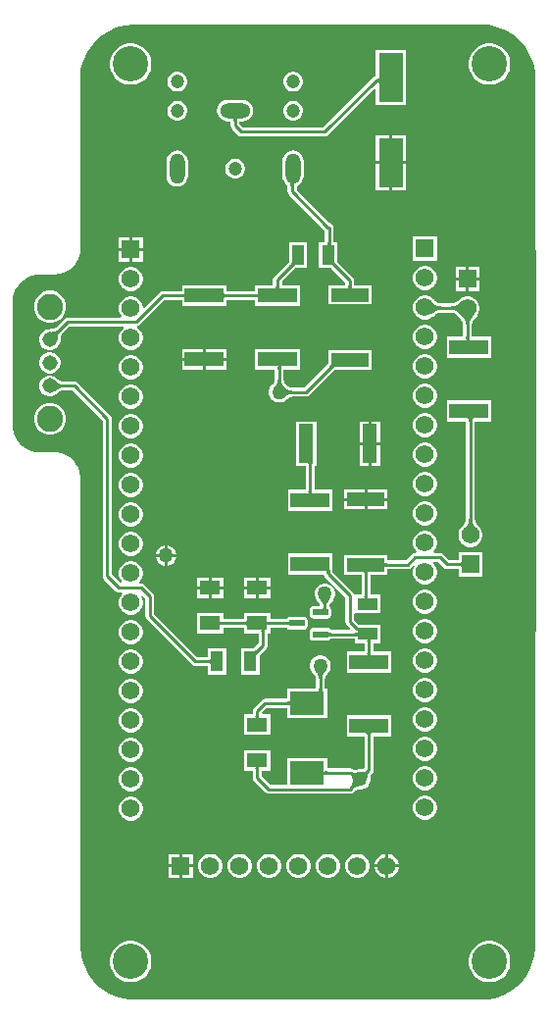
<source format=gtl>
G04*
G04 #@! TF.GenerationSoftware,Altium Limited,Altium Designer,22.0.2 (36)*
G04*
G04 Layer_Physical_Order=1*
G04 Layer_Color=255*
%FSLAX25Y25*%
%MOIN*%
G70*
G04*
G04 #@! TF.SameCoordinates,7C6212BA-1BE9-4310-A8C3-E6ACAF7CF704*
G04*
G04*
G04 #@! TF.FilePolarity,Positive*
G04*
G01*
G75*
%ADD14C,0.01000*%
%ADD16R,0.13209X0.05135*%
%ADD17R,0.04331X0.06693*%
%ADD18R,0.12631X0.04547*%
%ADD19R,0.04449X0.06969*%
%ADD20R,0.06693X0.04331*%
G04:AMPARAMS|DCode=21|XSize=51.97mil|YSize=23.23mil|CornerRadius=2.9mil|HoleSize=0mil|Usage=FLASHONLY|Rotation=180.000|XOffset=0mil|YOffset=0mil|HoleType=Round|Shape=RoundedRectangle|*
%AMROUNDEDRECTD21*
21,1,0.05197,0.01742,0,0,180.0*
21,1,0.04616,0.02323,0,0,180.0*
1,1,0.00581,-0.02308,0.00871*
1,1,0.00581,0.02308,0.00871*
1,1,0.00581,0.02308,-0.00871*
1,1,0.00581,-0.02308,-0.00871*
%
%ADD21ROUNDEDRECTD21*%
%ADD22R,0.11811X0.07874*%
%ADD23R,0.07087X0.05118*%
%ADD24R,0.05135X0.13209*%
%ADD25R,0.08268X0.16535*%
%ADD26R,0.07087X0.04921*%
%ADD39C,0.06181*%
%ADD40R,0.06181X0.06181*%
%ADD41R,0.06181X0.06181*%
%ADD44C,0.04724*%
%ADD45O,0.05150X0.10299*%
%ADD46O,0.10299X0.05150*%
%ADD47C,0.05150*%
%ADD48C,0.08858*%
%ADD49C,0.12000*%
%ADD50C,0.05000*%
G36*
X506385Y441110D02*
X509072Y439994D01*
X511410Y438565D01*
X513656Y436656D01*
X515565Y434410D01*
X517146Y431769D01*
X518272Y428859D01*
X519000Y426000D01*
X519500Y305500D01*
X519000Y164219D01*
X519000Y128000D01*
X518811Y125638D01*
X518741Y125220D01*
X517501Y121194D01*
X515888Y118553D01*
X513925Y116118D01*
X511410Y113935D01*
X508561Y112254D01*
X505434Y111109D01*
X502477Y110580D01*
X381023D01*
X377390Y111303D01*
X374092Y112682D01*
X371176Y114638D01*
X368856Y116915D01*
X367062Y119422D01*
X365687Y122270D01*
X364824Y125315D01*
X364500Y128500D01*
X364304Y237132D01*
X364451Y288436D01*
X364183Y289866D01*
X363697Y291216D01*
X362871Y292577D01*
X361892Y293836D01*
X360729Y294825D01*
X359400Y295611D01*
X357996Y296147D01*
X356401Y296500D01*
X349457Y296561D01*
X347801Y296914D01*
X346215Y297586D01*
X344747Y298579D01*
X343588Y299736D01*
X342695Y301019D01*
X342039Y302433D01*
X341771Y303179D01*
X341500Y304712D01*
Y305500D01*
X341545Y348903D01*
X341832Y350654D01*
X342529Y352179D01*
X342903Y352826D01*
X343334Y353445D01*
X343807Y354017D01*
X344326Y354548D01*
X344909Y355091D01*
X345611Y355557D01*
X346903Y356250D01*
X347655Y356570D01*
X348402Y356752D01*
X349084Y356888D01*
X349756Y356969D01*
X355500Y357000D01*
X357135Y357150D01*
X358710Y357592D01*
X360189Y358318D01*
X361548Y359335D01*
X362792Y360724D01*
X363733Y362364D01*
X364304Y364135D01*
X364451Y365065D01*
X364500Y366000D01*
Y426500D01*
X365508Y429737D01*
X366797Y432617D01*
X368665Y435358D01*
X370864Y437601D01*
X373423Y439438D01*
X376409Y440865D01*
X379457Y441702D01*
X382499Y442000D01*
X503500D01*
X506385Y441110D01*
D02*
G37*
%LPC*%
G36*
X504189Y435500D02*
X502811D01*
X501458Y435231D01*
X500184Y434703D01*
X499038Y433937D01*
X498063Y432962D01*
X497297Y431816D01*
X496769Y430542D01*
X496500Y429189D01*
Y427811D01*
X496769Y426458D01*
X497297Y425184D01*
X498063Y424038D01*
X499038Y423063D01*
X500184Y422297D01*
X501458Y421769D01*
X502811Y421500D01*
X504189D01*
X505542Y421769D01*
X506816Y422297D01*
X507962Y423063D01*
X508937Y424038D01*
X509703Y425184D01*
X510231Y426458D01*
X510500Y427811D01*
Y429189D01*
X510231Y430542D01*
X509703Y431816D01*
X508937Y432962D01*
X507962Y433937D01*
X506816Y434703D01*
X505542Y435231D01*
X504189Y435500D01*
D02*
G37*
G36*
X382189D02*
X380811D01*
X379458Y435231D01*
X378184Y434703D01*
X377038Y433937D01*
X376063Y432962D01*
X375297Y431816D01*
X374769Y430542D01*
X374500Y429189D01*
Y427811D01*
X374769Y426458D01*
X375297Y425184D01*
X376063Y424038D01*
X377038Y423063D01*
X378184Y422297D01*
X379458Y421769D01*
X380811Y421500D01*
X382189D01*
X383542Y421769D01*
X384816Y422297D01*
X385962Y423063D01*
X386937Y424038D01*
X387703Y425184D01*
X388231Y426458D01*
X388500Y427811D01*
Y429189D01*
X388231Y430542D01*
X387703Y431816D01*
X386937Y432962D01*
X385962Y433937D01*
X384816Y434703D01*
X383542Y435231D01*
X382189Y435500D01*
D02*
G37*
G36*
X437128Y425890D02*
X436242D01*
X435387Y425661D01*
X434621Y425218D01*
X433995Y424592D01*
X433552Y423825D01*
X433323Y422970D01*
Y422085D01*
X433552Y421230D01*
X433995Y420463D01*
X434621Y419837D01*
X435387Y419394D01*
X436242Y419165D01*
X437128D01*
X437983Y419394D01*
X438750Y419837D01*
X439375Y420463D01*
X439818Y421230D01*
X440047Y422085D01*
Y422970D01*
X439818Y423825D01*
X439375Y424592D01*
X438750Y425218D01*
X437983Y425661D01*
X437128Y425890D01*
D02*
G37*
G36*
X397758D02*
X396872D01*
X396017Y425661D01*
X395251Y425218D01*
X394624Y424592D01*
X394182Y423825D01*
X393953Y422970D01*
Y422085D01*
X394182Y421230D01*
X394624Y420463D01*
X395251Y419837D01*
X396017Y419394D01*
X396872Y419165D01*
X397758D01*
X398613Y419394D01*
X399379Y419837D01*
X400005Y420463D01*
X400448Y421230D01*
X400677Y422085D01*
Y422970D01*
X400448Y423825D01*
X400005Y424592D01*
X399379Y425218D01*
X398613Y425661D01*
X397758Y425890D01*
D02*
G37*
G36*
X475134Y433236D02*
X464866D01*
Y424464D01*
X464367Y424365D01*
X463870Y424033D01*
X446867Y407029D01*
X419633D01*
X418529Y408134D01*
Y409079D01*
X419575D01*
X420508Y409202D01*
X421378Y409562D01*
X422124Y410136D01*
X422697Y410882D01*
X423058Y411752D01*
X423180Y412685D01*
X423058Y413618D01*
X422697Y414488D01*
X422124Y415235D01*
X421378Y415808D01*
X420508Y416168D01*
X419575Y416291D01*
X414425D01*
X413492Y416168D01*
X412622Y415808D01*
X411876Y415235D01*
X411303Y414488D01*
X410942Y413618D01*
X410819Y412685D01*
X410942Y411752D01*
X411303Y410882D01*
X411876Y410136D01*
X412622Y409562D01*
X413492Y409202D01*
X414425Y409079D01*
X415471D01*
Y407500D01*
X415587Y406915D01*
X415919Y406419D01*
X417919Y404419D01*
X418415Y404087D01*
X419000Y403971D01*
X447500D01*
X448085Y404087D01*
X448581Y404419D01*
X464404Y420241D01*
X464866Y420050D01*
Y414701D01*
X475134D01*
Y433236D01*
D02*
G37*
G36*
X437128Y416047D02*
X436242D01*
X435387Y415818D01*
X434621Y415376D01*
X433995Y414749D01*
X433552Y413983D01*
X433323Y413128D01*
Y412242D01*
X433552Y411387D01*
X433995Y410621D01*
X434621Y409995D01*
X435387Y409552D01*
X436242Y409323D01*
X437128D01*
X437983Y409552D01*
X438750Y409995D01*
X439375Y410621D01*
X439818Y411387D01*
X440047Y412242D01*
Y413128D01*
X439818Y413983D01*
X439375Y414749D01*
X438750Y415376D01*
X437983Y415818D01*
X437128Y416047D01*
D02*
G37*
G36*
X397758D02*
X396872D01*
X396017Y415818D01*
X395251Y415376D01*
X394624Y414749D01*
X394182Y413983D01*
X393953Y413128D01*
Y412242D01*
X394182Y411387D01*
X394624Y410621D01*
X395251Y409995D01*
X396017Y409552D01*
X396872Y409323D01*
X397758D01*
X398613Y409552D01*
X399379Y409995D01*
X400005Y410621D01*
X400448Y411387D01*
X400677Y412242D01*
Y413128D01*
X400448Y413983D01*
X400005Y414749D01*
X399379Y415376D01*
X398613Y415818D01*
X397758Y416047D01*
D02*
G37*
G36*
X475134Y404299D02*
X470500D01*
Y395532D01*
X475134D01*
Y404299D01*
D02*
G37*
G36*
X469500D02*
X464866D01*
Y395532D01*
X469500D01*
Y404299D01*
D02*
G37*
G36*
X417443Y396362D02*
X416557D01*
X415702Y396133D01*
X414936Y395690D01*
X414310Y395064D01*
X413867Y394298D01*
X413638Y393443D01*
Y392557D01*
X413867Y391702D01*
X414310Y390936D01*
X414936Y390310D01*
X415702Y389867D01*
X416557Y389638D01*
X417443D01*
X418298Y389867D01*
X419064Y390310D01*
X419690Y390936D01*
X420133Y391702D01*
X420362Y392557D01*
Y393443D01*
X420133Y394298D01*
X419690Y395064D01*
X419064Y395690D01*
X418298Y396133D01*
X417443Y396362D01*
D02*
G37*
G36*
X397315Y399181D02*
X396382Y399058D01*
X395512Y398697D01*
X394765Y398124D01*
X394192Y397378D01*
X393832Y396508D01*
X393709Y395575D01*
Y390425D01*
X393832Y389492D01*
X394192Y388622D01*
X394765Y387876D01*
X395512Y387303D01*
X396382Y386942D01*
X397315Y386820D01*
X398248Y386942D01*
X399118Y387303D01*
X399865Y387876D01*
X400437Y388622D01*
X400798Y389492D01*
X400921Y390425D01*
Y395575D01*
X400798Y396508D01*
X400437Y397378D01*
X399865Y398124D01*
X399118Y398697D01*
X398248Y399058D01*
X397315Y399181D01*
D02*
G37*
G36*
X475134Y394531D02*
X470500D01*
Y385764D01*
X475134D01*
Y394531D01*
D02*
G37*
G36*
X469500D02*
X464866D01*
Y385764D01*
X469500D01*
Y394531D01*
D02*
G37*
G36*
X385591Y369590D02*
X382000D01*
Y366000D01*
X385591D01*
Y369590D01*
D02*
G37*
G36*
X381000D02*
X377410D01*
Y366000D01*
X381000D01*
Y369590D01*
D02*
G37*
G36*
X485591Y369886D02*
X477410D01*
Y361705D01*
X485591D01*
Y369886D01*
D02*
G37*
G36*
X385591Y365000D02*
X382000D01*
Y361409D01*
X385591D01*
Y365000D01*
D02*
G37*
G36*
X381000D02*
X377410D01*
Y361409D01*
X381000D01*
Y365000D01*
D02*
G37*
G36*
X441547Y367846D02*
X435217D01*
Y361618D01*
X435209Y361580D01*
X435217Y361542D01*
Y361355D01*
X435006Y361106D01*
X430316Y356416D01*
X429985Y355920D01*
X429868Y355335D01*
Y353398D01*
X423793D01*
Y351360D01*
X414104D01*
Y353398D01*
X398896D01*
Y351360D01*
X392323D01*
X391737Y351243D01*
X391241Y350912D01*
X386052Y345723D01*
X385591Y345915D01*
Y346039D01*
X385312Y347079D01*
X384773Y348012D01*
X384012Y348773D01*
X383079Y349312D01*
X382038Y349590D01*
X380961D01*
X379921Y349312D01*
X378988Y348773D01*
X378227Y348012D01*
X377688Y347079D01*
X377410Y346039D01*
Y344962D01*
X377688Y343921D01*
X378227Y342988D01*
X378314Y342901D01*
X378123Y342439D01*
X360035D01*
X359450Y342322D01*
X358954Y341991D01*
X356022Y339059D01*
X356019Y339056D01*
X355861Y338936D01*
X355691Y338829D01*
X355508Y338736D01*
X355310Y338656D01*
X355094Y338589D01*
X354860Y338535D01*
X354606Y338497D01*
X354331Y338474D01*
X354006Y338468D01*
X353918Y338449D01*
X353529D01*
X352620Y338205D01*
X351805Y337735D01*
X351139Y337069D01*
X350669Y336254D01*
X350425Y335345D01*
Y334403D01*
X350669Y333494D01*
X351139Y332679D01*
X351805Y332014D01*
X352620Y331543D01*
X353529Y331299D01*
X354471D01*
X355380Y331543D01*
X356195Y332014D01*
X356861Y332679D01*
X357331Y333494D01*
X357575Y334403D01*
Y334792D01*
X357594Y334880D01*
X357600Y335205D01*
X357623Y335480D01*
X357662Y335734D01*
X357715Y335968D01*
X357782Y336184D01*
X357862Y336382D01*
X357955Y336565D01*
X358062Y336735D01*
X358182Y336893D01*
X358185Y336896D01*
X360669Y339380D01*
X379039D01*
X379173Y338880D01*
X378988Y338773D01*
X378227Y338012D01*
X377688Y337079D01*
X377410Y336038D01*
Y334962D01*
X377688Y333921D01*
X378227Y332988D01*
X378988Y332227D01*
X379921Y331688D01*
X380961Y331410D01*
X382038D01*
X383079Y331688D01*
X384012Y332227D01*
X384773Y332988D01*
X385312Y333921D01*
X385591Y334962D01*
Y336038D01*
X385312Y337079D01*
X384773Y338012D01*
X384012Y338773D01*
X383730Y338936D01*
X383817Y339463D01*
X383987Y339496D01*
X384483Y339828D01*
X392956Y348301D01*
X398896D01*
Y346263D01*
X414104D01*
Y348301D01*
X423793D01*
Y346263D01*
X439002D01*
Y353398D01*
X432927D01*
Y354701D01*
X437130Y358904D01*
X437291Y359053D01*
X437411Y359150D01*
X437417Y359154D01*
X437605D01*
X437643Y359146D01*
X437681Y359154D01*
X441547D01*
Y367846D01*
D02*
G37*
G36*
X500091Y359591D02*
X496500D01*
Y356000D01*
X500091D01*
Y359591D01*
D02*
G37*
G36*
X495500D02*
X491910D01*
Y356000D01*
X495500D01*
Y359591D01*
D02*
G37*
G36*
X482038Y359886D02*
X480962D01*
X479921Y359607D01*
X478988Y359068D01*
X478227Y358307D01*
X477688Y357374D01*
X477410Y356334D01*
Y355257D01*
X477688Y354216D01*
X478227Y353284D01*
X478988Y352522D01*
X479921Y351983D01*
X480962Y351705D01*
X482038D01*
X483079Y351983D01*
X484012Y352522D01*
X484773Y353284D01*
X485312Y354216D01*
X485591Y355257D01*
Y356334D01*
X485312Y357374D01*
X484773Y358307D01*
X484012Y359068D01*
X483079Y359607D01*
X482038Y359886D01*
D02*
G37*
G36*
X500091Y355000D02*
X496500D01*
Y351410D01*
X500091D01*
Y355000D01*
D02*
G37*
G36*
X495500D02*
X491910D01*
Y351410D01*
X495500D01*
Y355000D01*
D02*
G37*
G36*
X382038Y359591D02*
X380961D01*
X379921Y359312D01*
X378988Y358773D01*
X378227Y358012D01*
X377688Y357079D01*
X377410Y356038D01*
Y354961D01*
X377688Y353921D01*
X378227Y352988D01*
X378988Y352227D01*
X379921Y351688D01*
X380961Y351410D01*
X382038D01*
X383079Y351688D01*
X384012Y352227D01*
X384773Y352988D01*
X385312Y353921D01*
X385591Y354961D01*
Y356038D01*
X385312Y357079D01*
X384773Y358012D01*
X384012Y358773D01*
X383079Y359312D01*
X382038Y359591D01*
D02*
G37*
G36*
X436685Y399181D02*
X435752Y399058D01*
X434882Y398697D01*
X434135Y398124D01*
X433563Y397378D01*
X433202Y396508D01*
X433079Y395575D01*
Y390425D01*
X433202Y389492D01*
X433563Y388622D01*
X434135Y387876D01*
X434827Y387345D01*
X434841Y387212D01*
Y385130D01*
X434957Y384545D01*
X435289Y384049D01*
X447419Y371919D01*
X447471Y371884D01*
Y367846D01*
X445453D01*
Y359154D01*
X449584D01*
X449828Y358946D01*
X454471Y354304D01*
Y353398D01*
X448685D01*
Y346851D01*
X463315D01*
Y353398D01*
X457529D01*
Y354937D01*
X457413Y355522D01*
X457081Y356018D01*
X452028Y361072D01*
X451880Y361231D01*
X451784Y361351D01*
Y367846D01*
X450529D01*
Y373000D01*
X450413Y373585D01*
X450081Y374081D01*
X449585Y374413D01*
X449167Y374496D01*
X437899Y385763D01*
Y387059D01*
X438488Y387303D01*
X439235Y387876D01*
X439808Y388622D01*
X440168Y389492D01*
X440291Y390425D01*
Y395575D01*
X440168Y396508D01*
X439808Y397378D01*
X439235Y398124D01*
X438488Y398697D01*
X437618Y399058D01*
X436685Y399181D01*
D02*
G37*
G36*
X354715Y351524D02*
X353285D01*
X351904Y351154D01*
X350666Y350439D01*
X349656Y349428D01*
X348941Y348190D01*
X348571Y346809D01*
Y345380D01*
X348941Y343999D01*
X349656Y342761D01*
X350666Y341750D01*
X351904Y341035D01*
X353285Y340665D01*
X354715D01*
X356096Y341035D01*
X357334Y341750D01*
X358344Y342761D01*
X359059Y343999D01*
X359429Y345380D01*
Y346809D01*
X359059Y348190D01*
X358344Y349428D01*
X357334Y350439D01*
X356096Y351154D01*
X354715Y351524D01*
D02*
G37*
G36*
X482038Y339886D02*
X480962D01*
X479921Y339607D01*
X478988Y339069D01*
X478227Y338307D01*
X477688Y337374D01*
X477410Y336334D01*
Y335257D01*
X477688Y334216D01*
X478227Y333284D01*
X478988Y332522D01*
X479921Y331983D01*
X480962Y331705D01*
X482038D01*
X483079Y331983D01*
X484012Y332522D01*
X484773Y333284D01*
X485312Y334216D01*
X485591Y335257D01*
Y336334D01*
X485312Y337374D01*
X484773Y338307D01*
X484012Y339069D01*
X483079Y339607D01*
X482038Y339886D01*
D02*
G37*
G36*
Y349886D02*
X480962D01*
X479921Y349607D01*
X478988Y349068D01*
X478227Y348307D01*
X477688Y347374D01*
X477410Y346334D01*
Y345257D01*
X477688Y344216D01*
X478227Y343284D01*
X478988Y342522D01*
X479921Y341984D01*
X480962Y341705D01*
X482038D01*
X483079Y341984D01*
X484012Y342522D01*
X484224Y342734D01*
X484276Y342765D01*
X484605Y343055D01*
X484907Y343295D01*
X485201Y343503D01*
X485486Y343678D01*
X485761Y343822D01*
X486026Y343936D01*
X486280Y344022D01*
X486526Y344081D01*
X486763Y344115D01*
X486819Y344118D01*
X490628D01*
X490697Y344115D01*
X490933Y344079D01*
X491170Y344019D01*
X491408Y343933D01*
X491650Y343818D01*
X491897Y343674D01*
X492149Y343499D01*
X492406Y343289D01*
X492667Y343045D01*
X492951Y342745D01*
X493019Y342696D01*
X493054Y342661D01*
X493104Y342584D01*
X493400Y342278D01*
X493643Y341997D01*
X493852Y341722D01*
X494027Y341453D01*
X494172Y341192D01*
X494286Y340938D01*
X494372Y340692D01*
X494432Y340451D01*
X494467Y340214D01*
X494471Y340151D01*
Y335898D01*
X488896D01*
Y328763D01*
X504104D01*
Y335898D01*
X497529D01*
Y340151D01*
X497533Y340214D01*
X497568Y340451D01*
X497628Y340692D01*
X497714Y340938D01*
X497828Y341192D01*
X497973Y341453D01*
X498148Y341721D01*
X498357Y341997D01*
X498600Y342278D01*
X498896Y342584D01*
X498946Y342661D01*
X499273Y342988D01*
X499812Y343921D01*
X500091Y344962D01*
Y346039D01*
X499812Y347079D01*
X499273Y348012D01*
X498512Y348773D01*
X497579Y349312D01*
X496538Y349590D01*
X495462D01*
X494421Y349312D01*
X493488Y348773D01*
X493276Y348561D01*
X493224Y348531D01*
X492896Y348240D01*
X492593Y348000D01*
X492299Y347793D01*
X492014Y347617D01*
X491739Y347474D01*
X491474Y347359D01*
X491220Y347274D01*
X490974Y347214D01*
X490737Y347180D01*
X490681Y347177D01*
X486872D01*
X486803Y347181D01*
X486567Y347216D01*
X486330Y347277D01*
X486092Y347363D01*
X485850Y347477D01*
X485603Y347621D01*
X485351Y347797D01*
X485094Y348006D01*
X484833Y348250D01*
X484549Y348551D01*
X484481Y348599D01*
X484012Y349068D01*
X483079Y349607D01*
X482038Y349886D01*
D02*
G37*
G36*
X414104Y331737D02*
X407000D01*
Y328669D01*
X414104D01*
Y331737D01*
D02*
G37*
G36*
X406000D02*
X398896D01*
Y328669D01*
X406000D01*
Y331737D01*
D02*
G37*
G36*
X414104Y327669D02*
X407000D01*
Y324602D01*
X414104D01*
Y327669D01*
D02*
G37*
G36*
X406000D02*
X398896D01*
Y324602D01*
X406000D01*
Y327669D01*
D02*
G37*
G36*
X439002Y331737D02*
X423793D01*
Y324602D01*
X430471D01*
Y321252D01*
X430445Y321062D01*
X430403Y320874D01*
X430343Y320686D01*
X430264Y320497D01*
X430164Y320306D01*
X430043Y320112D01*
X429899Y319915D01*
X429730Y319715D01*
X429515Y319492D01*
X429466Y319416D01*
X429199Y319149D01*
X428738Y318351D01*
X428500Y317461D01*
Y316539D01*
X428738Y315649D01*
X429199Y314851D01*
X429851Y314199D01*
X430649Y313738D01*
X431539Y313500D01*
X432461D01*
X433351Y313738D01*
X434149Y314199D01*
X434416Y314466D01*
X434492Y314515D01*
X434716Y314730D01*
X434915Y314898D01*
X435112Y315043D01*
X435306Y315164D01*
X435497Y315264D01*
X435686Y315343D01*
X435874Y315403D01*
X436062Y315445D01*
X436252Y315471D01*
X441083D01*
X441668Y315587D01*
X442164Y315919D01*
X450598Y324353D01*
X450759Y324502D01*
X450880Y324599D01*
X450885Y324602D01*
X451073D01*
X451111Y324594D01*
X451149Y324602D01*
X463315D01*
Y331149D01*
X448685D01*
Y327066D01*
X448677Y327028D01*
X448685Y326990D01*
Y326803D01*
X448474Y326554D01*
X440449Y318529D01*
X436252D01*
X436062Y318555D01*
X435874Y318597D01*
X435686Y318657D01*
X435497Y318737D01*
X435306Y318836D01*
X435112Y318957D01*
X434915Y319102D01*
X434716Y319270D01*
X434492Y319485D01*
X434488Y319488D01*
X434485Y319492D01*
X434270Y319715D01*
X434101Y319915D01*
X433957Y320112D01*
X433836Y320306D01*
X433737Y320497D01*
X433657Y320686D01*
X433597Y320874D01*
X433555Y321062D01*
X433529Y321252D01*
Y324602D01*
X439002D01*
Y331737D01*
D02*
G37*
G36*
X354471Y330575D02*
X353529D01*
X352620Y330331D01*
X351805Y329861D01*
X351139Y329195D01*
X350669Y328380D01*
X350425Y327471D01*
Y326529D01*
X350669Y325620D01*
X351139Y324805D01*
X351805Y324139D01*
X352620Y323669D01*
X353529Y323425D01*
X354471D01*
X355380Y323669D01*
X356195Y324139D01*
X356861Y324805D01*
X357331Y325620D01*
X357575Y326529D01*
Y327471D01*
X357331Y328380D01*
X356861Y329195D01*
X356195Y329861D01*
X355380Y330331D01*
X354471Y330575D01*
D02*
G37*
G36*
X482038Y329886D02*
X480962D01*
X479921Y329607D01*
X478988Y329068D01*
X478227Y328307D01*
X477688Y327374D01*
X477410Y326334D01*
Y325257D01*
X477688Y324216D01*
X478227Y323284D01*
X478988Y322522D01*
X479921Y321984D01*
X480962Y321705D01*
X482038D01*
X483079Y321984D01*
X484012Y322522D01*
X484773Y323284D01*
X485312Y324216D01*
X485591Y325257D01*
Y326334D01*
X485312Y327374D01*
X484773Y328307D01*
X484012Y329068D01*
X483079Y329607D01*
X482038Y329886D01*
D02*
G37*
G36*
X382038Y329591D02*
X380961D01*
X379921Y329312D01*
X378988Y328773D01*
X378227Y328012D01*
X377688Y327079D01*
X377410Y326039D01*
Y324961D01*
X377688Y323921D01*
X378227Y322988D01*
X378988Y322227D01*
X379921Y321688D01*
X380961Y321410D01*
X382038D01*
X383079Y321688D01*
X384012Y322227D01*
X384773Y322988D01*
X385312Y323921D01*
X385591Y324961D01*
Y326039D01*
X385312Y327079D01*
X384773Y328012D01*
X384012Y328773D01*
X383079Y329312D01*
X382038Y329591D01*
D02*
G37*
G36*
X482038Y319886D02*
X480962D01*
X479921Y319607D01*
X478988Y319069D01*
X478227Y318307D01*
X477688Y317374D01*
X477410Y316334D01*
Y315257D01*
X477688Y314216D01*
X478227Y313284D01*
X478988Y312522D01*
X479921Y311983D01*
X480962Y311705D01*
X482038D01*
X483079Y311983D01*
X484012Y312522D01*
X484773Y313284D01*
X485312Y314216D01*
X485591Y315257D01*
Y316334D01*
X485312Y317374D01*
X484773Y318307D01*
X484012Y319069D01*
X483079Y319607D01*
X482038Y319886D01*
D02*
G37*
G36*
X382038Y319590D02*
X380961D01*
X379921Y319312D01*
X378988Y318773D01*
X378227Y318012D01*
X377688Y317079D01*
X377410Y316038D01*
Y314962D01*
X377688Y313921D01*
X378227Y312988D01*
X378988Y312227D01*
X379921Y311688D01*
X380961Y311409D01*
X382038D01*
X383079Y311688D01*
X384012Y312227D01*
X384773Y312988D01*
X385312Y313921D01*
X385591Y314962D01*
Y316038D01*
X385312Y317079D01*
X384773Y318012D01*
X384012Y318773D01*
X383079Y319312D01*
X382038Y319590D01*
D02*
G37*
G36*
X354715Y313335D02*
X353285D01*
X351904Y312965D01*
X350666Y312250D01*
X349656Y311239D01*
X348941Y310001D01*
X348571Y308620D01*
Y307191D01*
X348941Y305810D01*
X349656Y304572D01*
X350666Y303561D01*
X351904Y302846D01*
X353285Y302476D01*
X354715D01*
X356096Y302846D01*
X357334Y303561D01*
X358344Y304572D01*
X359059Y305810D01*
X359429Y307191D01*
Y308620D01*
X359059Y310001D01*
X358344Y311239D01*
X357334Y312250D01*
X356096Y312965D01*
X354715Y313335D01*
D02*
G37*
G36*
X482038Y309886D02*
X480962D01*
X479921Y309607D01*
X478988Y309068D01*
X478227Y308307D01*
X477688Y307374D01*
X477410Y306334D01*
Y305257D01*
X477688Y304216D01*
X478227Y303284D01*
X478988Y302522D01*
X479921Y301983D01*
X480962Y301705D01*
X482038D01*
X483079Y301983D01*
X484012Y302522D01*
X484773Y303284D01*
X485312Y304216D01*
X485591Y305257D01*
Y306334D01*
X485312Y307374D01*
X484773Y308307D01*
X484012Y309068D01*
X483079Y309607D01*
X482038Y309886D01*
D02*
G37*
G36*
X382038Y309591D02*
X380961D01*
X379921Y309312D01*
X378988Y308773D01*
X378227Y308012D01*
X377688Y307079D01*
X377410Y306038D01*
Y304961D01*
X377688Y303921D01*
X378227Y302988D01*
X378988Y302227D01*
X379921Y301688D01*
X380961Y301410D01*
X382038D01*
X383079Y301688D01*
X384012Y302227D01*
X384773Y302988D01*
X385312Y303921D01*
X385591Y304961D01*
Y306038D01*
X385312Y307079D01*
X384773Y308012D01*
X384012Y308773D01*
X383079Y309312D01*
X382038Y309591D01*
D02*
G37*
G36*
X466398Y307104D02*
X463331D01*
Y300000D01*
X466398D01*
Y307104D01*
D02*
G37*
G36*
X462331D02*
X459263D01*
Y300000D01*
X462331D01*
Y307104D01*
D02*
G37*
G36*
X466398Y299000D02*
X463331D01*
Y291896D01*
X466398D01*
Y299000D01*
D02*
G37*
G36*
X462331D02*
X459263D01*
Y291896D01*
X462331D01*
Y299000D01*
D02*
G37*
G36*
X482038Y299886D02*
X480962D01*
X479921Y299607D01*
X478988Y299068D01*
X478227Y298307D01*
X477688Y297374D01*
X477410Y296334D01*
Y295257D01*
X477688Y294216D01*
X478227Y293284D01*
X478988Y292522D01*
X479921Y291984D01*
X480962Y291705D01*
X482038D01*
X483079Y291984D01*
X484012Y292522D01*
X484773Y293284D01*
X485312Y294216D01*
X485591Y295257D01*
Y296334D01*
X485312Y297374D01*
X484773Y298307D01*
X484012Y299068D01*
X483079Y299607D01*
X482038Y299886D01*
D02*
G37*
G36*
X382038Y299590D02*
X380961D01*
X379921Y299312D01*
X378988Y298773D01*
X378227Y298012D01*
X377688Y297079D01*
X377410Y296039D01*
Y294962D01*
X377688Y293921D01*
X378227Y292988D01*
X378988Y292227D01*
X379921Y291688D01*
X380961Y291409D01*
X382038D01*
X383079Y291688D01*
X384012Y292227D01*
X384773Y292988D01*
X385312Y293921D01*
X385591Y294962D01*
Y296039D01*
X385312Y297079D01*
X384773Y298012D01*
X384012Y298773D01*
X383079Y299312D01*
X382038Y299590D01*
D02*
G37*
G36*
X482038Y289886D02*
X480962D01*
X479921Y289607D01*
X478988Y289069D01*
X478227Y288307D01*
X477688Y287374D01*
X477410Y286334D01*
Y285257D01*
X477688Y284216D01*
X478227Y283284D01*
X478988Y282522D01*
X479921Y281983D01*
X480962Y281705D01*
X482038D01*
X483079Y281983D01*
X484012Y282522D01*
X484773Y283284D01*
X485312Y284216D01*
X485591Y285257D01*
Y286334D01*
X485312Y287374D01*
X484773Y288307D01*
X484012Y289069D01*
X483079Y289607D01*
X482038Y289886D01*
D02*
G37*
G36*
X382038Y289591D02*
X380961D01*
X379921Y289312D01*
X378988Y288773D01*
X378227Y288012D01*
X377688Y287079D01*
X377410Y286038D01*
Y284962D01*
X377688Y283921D01*
X378227Y282988D01*
X378988Y282227D01*
X379921Y281688D01*
X380961Y281410D01*
X382038D01*
X383079Y281688D01*
X384012Y282227D01*
X384773Y282988D01*
X385312Y283921D01*
X385591Y284962D01*
Y286038D01*
X385312Y287079D01*
X384773Y288012D01*
X384012Y288773D01*
X383079Y289312D01*
X382038Y289591D01*
D02*
G37*
G36*
X468815Y283898D02*
X462000D01*
Y281125D01*
X468815D01*
Y283898D01*
D02*
G37*
G36*
X461000D02*
X454185D01*
Y281125D01*
X461000D01*
Y283898D01*
D02*
G37*
G36*
X468815Y280125D02*
X462000D01*
Y277351D01*
X468815D01*
Y280125D01*
D02*
G37*
G36*
X461000D02*
X454185D01*
Y277351D01*
X461000D01*
Y280125D01*
D02*
G37*
G36*
X444737Y307104D02*
X437602D01*
Y291896D01*
X440971D01*
Y283898D01*
X434896D01*
Y276763D01*
X450104D01*
Y283898D01*
X444029D01*
Y291896D01*
X444737D01*
Y307104D01*
D02*
G37*
G36*
X482038Y279886D02*
X480962D01*
X479921Y279607D01*
X478988Y279068D01*
X478227Y278307D01*
X477688Y277374D01*
X477410Y276334D01*
Y275257D01*
X477688Y274216D01*
X478227Y273284D01*
X478988Y272522D01*
X479921Y271984D01*
X480962Y271705D01*
X482038D01*
X483079Y271984D01*
X484012Y272522D01*
X484773Y273284D01*
X485312Y274216D01*
X485591Y275257D01*
Y276334D01*
X485312Y277374D01*
X484773Y278307D01*
X484012Y279068D01*
X483079Y279607D01*
X482038Y279886D01*
D02*
G37*
G36*
X382038Y279591D02*
X380961D01*
X379921Y279312D01*
X378988Y278773D01*
X378227Y278012D01*
X377688Y277079D01*
X377410Y276039D01*
Y274961D01*
X377688Y273921D01*
X378227Y272988D01*
X378988Y272227D01*
X379921Y271688D01*
X380961Y271410D01*
X382038D01*
X383079Y271688D01*
X384012Y272227D01*
X384773Y272988D01*
X385312Y273921D01*
X385591Y274961D01*
Y276039D01*
X385312Y277079D01*
X384773Y278012D01*
X384012Y278773D01*
X383079Y279312D01*
X382038Y279591D01*
D02*
G37*
G36*
X504104Y314237D02*
X488896D01*
Y307102D01*
X495471D01*
Y273849D01*
X495468Y273786D01*
X495432Y273549D01*
X495372Y273308D01*
X495286Y273062D01*
X495172Y272808D01*
X495027Y272547D01*
X494851Y272279D01*
X494642Y272003D01*
X494400Y271722D01*
X494104Y271416D01*
X494054Y271339D01*
X493727Y271012D01*
X493188Y270079D01*
X492909Y269039D01*
Y267962D01*
X493188Y266921D01*
X493727Y265988D01*
X494488Y265227D01*
X495421Y264688D01*
X496461Y264409D01*
X497539D01*
X498579Y264688D01*
X499512Y265227D01*
X500273Y265988D01*
X500812Y266921D01*
X501090Y267962D01*
Y269039D01*
X500812Y270079D01*
X500273Y271012D01*
X499946Y271339D01*
X499896Y271416D01*
X499600Y271722D01*
X499358Y272003D01*
X499149Y272278D01*
X498973Y272547D01*
X498828Y272808D01*
X498714Y273062D01*
X498628Y273308D01*
X498568Y273549D01*
X498532Y273786D01*
X498529Y273849D01*
Y307102D01*
X504104D01*
Y314237D01*
D02*
G37*
G36*
X394000Y264989D02*
Y262000D01*
X396989D01*
X396761Y262851D01*
X396301Y263649D01*
X395649Y264301D01*
X394851Y264761D01*
X394000Y264989D01*
D02*
G37*
G36*
X393000D02*
X392149Y264761D01*
X391351Y264301D01*
X390699Y263649D01*
X390238Y262851D01*
X390010Y262000D01*
X393000D01*
Y264989D01*
D02*
G37*
G36*
X382038Y269590D02*
X380961D01*
X379921Y269312D01*
X378988Y268773D01*
X378227Y268012D01*
X377688Y267079D01*
X377410Y266038D01*
Y264962D01*
X377688Y263921D01*
X378227Y262988D01*
X378988Y262227D01*
X379921Y261688D01*
X380961Y261409D01*
X382038D01*
X383079Y261688D01*
X384012Y262227D01*
X384773Y262988D01*
X385312Y263921D01*
X385591Y264962D01*
Y266038D01*
X385312Y267079D01*
X384773Y268012D01*
X384012Y268773D01*
X383079Y269312D01*
X382038Y269590D01*
D02*
G37*
G36*
X482038Y269886D02*
X480962D01*
X479921Y269607D01*
X478988Y269069D01*
X478227Y268307D01*
X477688Y267374D01*
X477410Y266334D01*
Y265257D01*
X477688Y264216D01*
X478227Y263284D01*
X478643Y262867D01*
X478436Y262367D01*
X478103D01*
X477518Y262251D01*
X477022Y261919D01*
X475008Y259905D01*
X468815D01*
Y261649D01*
X454185D01*
Y255102D01*
X459971D01*
Y248284D01*
X457767Y248284D01*
X457436Y248566D01*
X457361Y248662D01*
X457082Y249081D01*
X450104Y256059D01*
Y256068D01*
X450112Y256104D01*
X450104Y256144D01*
Y256154D01*
X450109Y256192D01*
X450104Y256209D01*
Y262237D01*
X434896D01*
Y255102D01*
X447099D01*
X447149Y254853D01*
X447480Y254357D01*
X454471Y247366D01*
Y245750D01*
Y239000D01*
X454587Y238415D01*
X454919Y237919D01*
X456086Y236751D01*
X455895Y236289D01*
X449416D01*
X449234Y236561D01*
X448808Y236846D01*
X448304Y236947D01*
X443688D01*
X443185Y236846D01*
X442758Y236561D01*
X442473Y236134D01*
X442372Y235631D01*
Y233889D01*
X442473Y233385D01*
X442758Y232959D01*
X443185Y232673D01*
X443688Y232573D01*
X448304D01*
X448808Y232673D01*
X449234Y232959D01*
X449416Y233230D01*
X457654D01*
Y231716D01*
X460971D01*
Y228898D01*
X454896D01*
Y221763D01*
X470104D01*
Y228898D01*
X464029D01*
Y231716D01*
X466347D01*
Y238047D01*
X459301D01*
X459154Y238077D01*
X459086D01*
X457529Y239633D01*
Y241504D01*
X457654Y241953D01*
X458029Y241953D01*
X466347D01*
Y248284D01*
X463029D01*
Y255102D01*
X468815D01*
Y256846D01*
X475641D01*
X476226Y256962D01*
X476723Y257294D01*
X477532Y258103D01*
X477932Y257796D01*
X477688Y257374D01*
X477410Y256334D01*
Y255257D01*
X477688Y254216D01*
X478227Y253284D01*
X478988Y252522D01*
X479921Y251983D01*
X480962Y251705D01*
X482038D01*
X483079Y251983D01*
X484012Y252522D01*
X484773Y253284D01*
X485312Y254216D01*
X485591Y255257D01*
Y256334D01*
X485312Y257374D01*
X484773Y258307D01*
X484272Y258808D01*
X484479Y259308D01*
X486086D01*
X487976Y257419D01*
X488472Y257087D01*
X489057Y256971D01*
X492909D01*
Y254410D01*
X501090D01*
Y262591D01*
X492909D01*
Y260029D01*
X489691D01*
X487801Y261919D01*
X487305Y262251D01*
X486720Y262367D01*
X484564D01*
X484357Y262867D01*
X484773Y263284D01*
X485312Y264216D01*
X485591Y265257D01*
Y266334D01*
X485312Y267374D01*
X484773Y268307D01*
X484012Y269069D01*
X483079Y269607D01*
X482038Y269886D01*
D02*
G37*
G36*
X396989Y261000D02*
X394000D01*
Y258011D01*
X394851Y258239D01*
X395649Y258699D01*
X396301Y259351D01*
X396761Y260149D01*
X396989Y261000D01*
D02*
G37*
G36*
X393000D02*
X390010D01*
X390238Y260149D01*
X390699Y259351D01*
X391351Y258699D01*
X392149Y258239D01*
X393000Y258011D01*
Y261000D01*
D02*
G37*
G36*
X429043Y253965D02*
X425000D01*
Y251004D01*
X429043D01*
Y253965D01*
D02*
G37*
G36*
X413043D02*
X409000D01*
Y251004D01*
X413043D01*
Y253965D01*
D02*
G37*
G36*
X424000D02*
X419957D01*
Y251004D01*
X424000D01*
Y253965D01*
D02*
G37*
G36*
X408000D02*
X403957D01*
Y251004D01*
X408000D01*
Y253965D01*
D02*
G37*
G36*
X429043Y250004D02*
X425000D01*
Y247043D01*
X429043D01*
Y250004D01*
D02*
G37*
G36*
X424000D02*
X419957D01*
Y247043D01*
X424000D01*
Y250004D01*
D02*
G37*
G36*
X413043D02*
X409000D01*
Y247043D01*
X413043D01*
Y250004D01*
D02*
G37*
G36*
X408000D02*
X403957D01*
Y247043D01*
X408000D01*
Y250004D01*
D02*
G37*
G36*
X482038Y249886D02*
X480962D01*
X479921Y249607D01*
X478988Y249068D01*
X478227Y248307D01*
X477688Y247374D01*
X477410Y246334D01*
Y245257D01*
X477688Y244216D01*
X478227Y243284D01*
X478988Y242522D01*
X479921Y241984D01*
X480962Y241705D01*
X482038D01*
X483079Y241984D01*
X484012Y242522D01*
X484773Y243284D01*
X485312Y244216D01*
X485591Y245257D01*
Y246334D01*
X485312Y247374D01*
X484773Y248307D01*
X484012Y249068D01*
X483079Y249607D01*
X482038Y249886D01*
D02*
G37*
G36*
X447961Y252000D02*
X447039D01*
X446149Y251762D01*
X445351Y251301D01*
X444699Y250649D01*
X444239Y249851D01*
X444000Y248961D01*
Y248039D01*
X444239Y247149D01*
X444699Y246351D01*
X444966Y246084D01*
X445015Y246008D01*
X445230Y245784D01*
X445399Y245585D01*
X445543Y245388D01*
X445664Y245194D01*
X445763Y245003D01*
X445795Y244927D01*
X445667Y244634D01*
X445488Y244449D01*
X445435Y244427D01*
X443688D01*
X443185Y244327D01*
X442758Y244041D01*
X442473Y243615D01*
X442372Y243111D01*
Y241369D01*
X442473Y240866D01*
X442758Y240439D01*
X443185Y240154D01*
X443688Y240054D01*
X448304D01*
X448808Y240154D01*
X449234Y240439D01*
X449520Y240866D01*
X449620Y241369D01*
Y243111D01*
X449520Y243615D01*
X449234Y244041D01*
X449029Y244179D01*
Y244248D01*
X449055Y244438D01*
X449097Y244626D01*
X449157Y244814D01*
X449236Y245003D01*
X449336Y245194D01*
X449457Y245388D01*
X449602Y245585D01*
X449770Y245784D01*
X449985Y246008D01*
X450034Y246084D01*
X450301Y246351D01*
X450762Y247149D01*
X451000Y248039D01*
Y248961D01*
X450762Y249851D01*
X450301Y250649D01*
X449649Y251301D01*
X448851Y251762D01*
X447961Y252000D01*
D02*
G37*
G36*
X429043Y241957D02*
X419957D01*
Y240025D01*
X413043D01*
Y241957D01*
X403957D01*
Y235035D01*
X413043D01*
Y236967D01*
X419957D01*
Y235035D01*
X424971D01*
Y231704D01*
X423500Y230234D01*
X423339Y230084D01*
X423218Y229988D01*
X423213Y229984D01*
X423025D01*
X422987Y229992D01*
X422949Y229984D01*
X418965D01*
Y221016D01*
X425413D01*
Y227520D01*
X425421Y227558D01*
X425413Y227596D01*
Y227783D01*
X425624Y228032D01*
X427581Y229989D01*
X427913Y230486D01*
X428029Y231071D01*
Y235035D01*
X429043D01*
Y236971D01*
X434584D01*
X434766Y236699D01*
X435192Y236414D01*
X435696Y236313D01*
X440312D01*
X440815Y236414D01*
X441242Y236699D01*
X441528Y237125D01*
X441628Y237629D01*
Y239371D01*
X441528Y239875D01*
X441242Y240301D01*
X440815Y240586D01*
X440312Y240687D01*
X435696D01*
X435192Y240586D01*
X434766Y240301D01*
X434584Y240029D01*
X429043D01*
Y241957D01*
D02*
G37*
G36*
X482038Y239886D02*
X480962D01*
X479921Y239607D01*
X478988Y239069D01*
X478227Y238307D01*
X477688Y237374D01*
X477410Y236334D01*
Y235257D01*
X477688Y234216D01*
X478227Y233284D01*
X478988Y232522D01*
X479921Y231983D01*
X480962Y231705D01*
X482038D01*
X483079Y231983D01*
X484012Y232522D01*
X484773Y233284D01*
X485312Y234216D01*
X485591Y235257D01*
Y236334D01*
X485312Y237374D01*
X484773Y238307D01*
X484012Y239069D01*
X483079Y239607D01*
X482038Y239886D01*
D02*
G37*
G36*
X382038Y239591D02*
X380961D01*
X379921Y239312D01*
X378988Y238773D01*
X378227Y238012D01*
X377688Y237079D01*
X377410Y236038D01*
Y234962D01*
X377688Y233921D01*
X378227Y232988D01*
X378988Y232227D01*
X379921Y231688D01*
X380961Y231410D01*
X382038D01*
X383079Y231688D01*
X384012Y232227D01*
X384773Y232988D01*
X385312Y233921D01*
X385591Y234962D01*
Y236038D01*
X385312Y237079D01*
X384773Y238012D01*
X384012Y238773D01*
X383079Y239312D01*
X382038Y239591D01*
D02*
G37*
G36*
X482038Y229886D02*
X480962D01*
X479921Y229607D01*
X478988Y229068D01*
X478227Y228307D01*
X477688Y227374D01*
X477410Y226334D01*
Y225257D01*
X477688Y224216D01*
X478227Y223284D01*
X478988Y222522D01*
X479921Y221984D01*
X480962Y221705D01*
X482038D01*
X483079Y221984D01*
X484012Y222522D01*
X484773Y223284D01*
X485312Y224216D01*
X485591Y225257D01*
Y226334D01*
X485312Y227374D01*
X484773Y228307D01*
X484012Y229068D01*
X483079Y229607D01*
X482038Y229886D01*
D02*
G37*
G36*
X382038Y229591D02*
X380961D01*
X379921Y229312D01*
X378988Y228773D01*
X378227Y228012D01*
X377688Y227079D01*
X377410Y226039D01*
Y224961D01*
X377688Y223921D01*
X378227Y222988D01*
X378988Y222227D01*
X379921Y221688D01*
X380961Y221410D01*
X382038D01*
X383079Y221688D01*
X384012Y222227D01*
X384773Y222988D01*
X385312Y223921D01*
X385591Y224961D01*
Y226039D01*
X385312Y227079D01*
X384773Y228012D01*
X384012Y228773D01*
X383079Y229312D01*
X382038Y229591D01*
D02*
G37*
G36*
X354471Y322701D02*
X353529D01*
X352620Y322457D01*
X351805Y321987D01*
X351139Y321321D01*
X350669Y320506D01*
X350425Y319597D01*
Y318655D01*
X350669Y317746D01*
X351139Y316931D01*
X351805Y316265D01*
X352620Y315795D01*
X353529Y315551D01*
X354471D01*
X355380Y315795D01*
X356195Y316265D01*
X356470Y316540D01*
X356546Y316589D01*
X356780Y316814D01*
X356990Y316992D01*
X357197Y317145D01*
X357400Y317273D01*
X357600Y317378D01*
X357798Y317462D01*
X357993Y317525D01*
X358188Y317570D01*
X358385Y317596D01*
X358388Y317597D01*
X361740D01*
X371971Y307366D01*
Y254500D01*
X372087Y253915D01*
X372419Y253419D01*
X376419Y249419D01*
X376915Y249087D01*
X377500Y248971D01*
X378479D01*
X378686Y248471D01*
X378227Y248012D01*
X377688Y247079D01*
X377410Y246039D01*
Y244962D01*
X377688Y243921D01*
X378227Y242988D01*
X378988Y242227D01*
X379921Y241688D01*
X380961Y241409D01*
X382038D01*
X383079Y241688D01*
X384012Y242227D01*
X384773Y242988D01*
X385312Y243921D01*
X385591Y244962D01*
Y246039D01*
X385312Y247079D01*
X384985Y247645D01*
X385385Y247952D01*
X386471Y246866D01*
Y241000D01*
X386587Y240415D01*
X386919Y239919D01*
X402419Y224419D01*
X402915Y224087D01*
X403500Y223971D01*
X407587D01*
Y221016D01*
X414035D01*
Y229984D01*
X407587D01*
Y227029D01*
X404134D01*
X389529Y241634D01*
Y247500D01*
X389413Y248085D01*
X389081Y248581D01*
X386081Y251581D01*
X385585Y251913D01*
X385000Y252029D01*
X384521D01*
X384314Y252529D01*
X384773Y252988D01*
X385312Y253921D01*
X385591Y254961D01*
Y256038D01*
X385312Y257079D01*
X384773Y258012D01*
X384012Y258773D01*
X383079Y259312D01*
X382038Y259591D01*
X380961D01*
X379921Y259312D01*
X378988Y258773D01*
X378227Y258012D01*
X377688Y257079D01*
X377410Y256038D01*
Y254961D01*
X377688Y253921D01*
X378227Y252988D01*
X378507Y252708D01*
X378322Y252186D01*
X378017Y252146D01*
X375029Y255134D01*
Y308000D01*
X374913Y308585D01*
X374581Y309081D01*
X363456Y320207D01*
X362959Y320539D01*
X362374Y320655D01*
X358388D01*
X358385Y320655D01*
X358188Y320682D01*
X357993Y320727D01*
X357798Y320790D01*
X357600Y320874D01*
X357401Y320979D01*
X357197Y321107D01*
X356990Y321260D01*
X356780Y321438D01*
X356546Y321663D01*
X356470Y321712D01*
X356195Y321987D01*
X355380Y322457D01*
X354471Y322701D01*
D02*
G37*
G36*
X482038Y219886D02*
X480962D01*
X479921Y219607D01*
X478988Y219069D01*
X478227Y218307D01*
X477688Y217374D01*
X477410Y216334D01*
Y215257D01*
X477688Y214216D01*
X478227Y213284D01*
X478988Y212522D01*
X479921Y211983D01*
X480962Y211705D01*
X482038D01*
X483079Y211983D01*
X484012Y212522D01*
X484773Y213284D01*
X485312Y214216D01*
X485591Y215257D01*
Y216334D01*
X485312Y217374D01*
X484773Y218307D01*
X484012Y219069D01*
X483079Y219607D01*
X482038Y219886D01*
D02*
G37*
G36*
X382038Y219590D02*
X380961D01*
X379921Y219312D01*
X378988Y218773D01*
X378227Y218012D01*
X377688Y217079D01*
X377410Y216038D01*
Y214962D01*
X377688Y213921D01*
X378227Y212988D01*
X378988Y212227D01*
X379921Y211688D01*
X380961Y211409D01*
X382038D01*
X383079Y211688D01*
X384012Y212227D01*
X384773Y212988D01*
X385312Y213921D01*
X385591Y214962D01*
Y216038D01*
X385312Y217079D01*
X384773Y218012D01*
X384012Y218773D01*
X383079Y219312D01*
X382038Y219590D01*
D02*
G37*
G36*
X446461Y227500D02*
X445539D01*
X444649Y227261D01*
X443851Y226801D01*
X443199Y226149D01*
X442738Y225351D01*
X442500Y224461D01*
Y223539D01*
X442738Y222649D01*
X443199Y221851D01*
X443466Y221584D01*
X443515Y221508D01*
X443730Y221285D01*
X443898Y221085D01*
X444043Y220888D01*
X444164Y220694D01*
X444264Y220503D01*
X444343Y220314D01*
X444403Y220126D01*
X444445Y219938D01*
X444471Y219748D01*
Y216248D01*
X434594D01*
Y212840D01*
X427193D01*
X426608Y212724D01*
X426112Y212392D01*
X423419Y209700D01*
X423087Y209203D01*
X422971Y208618D01*
Y207661D01*
X419957D01*
Y200543D01*
X429043D01*
Y207661D01*
X426413D01*
X426206Y208161D01*
X427826Y209782D01*
X434594D01*
Y206374D01*
X448406D01*
Y216248D01*
X447529D01*
Y219748D01*
X447555Y219938D01*
X447597Y220126D01*
X447657Y220314D01*
X447737Y220503D01*
X447836Y220694D01*
X447957Y220888D01*
X448102Y221085D01*
X448270Y221285D01*
X448485Y221508D01*
X448534Y221584D01*
X448801Y221851D01*
X449262Y222649D01*
X449500Y223539D01*
Y224461D01*
X449262Y225351D01*
X448801Y226149D01*
X448149Y226801D01*
X447351Y227261D01*
X446461Y227500D01*
D02*
G37*
G36*
X482038Y209886D02*
X480962D01*
X479921Y209607D01*
X478988Y209068D01*
X478227Y208307D01*
X477688Y207374D01*
X477410Y206334D01*
Y205257D01*
X477688Y204216D01*
X478227Y203284D01*
X478988Y202522D01*
X479921Y201983D01*
X480962Y201705D01*
X482038D01*
X483079Y201983D01*
X484012Y202522D01*
X484773Y203284D01*
X485312Y204216D01*
X485591Y205257D01*
Y206334D01*
X485312Y207374D01*
X484773Y208307D01*
X484012Y209068D01*
X483079Y209607D01*
X482038Y209886D01*
D02*
G37*
G36*
X382038Y209591D02*
X380961D01*
X379921Y209312D01*
X378988Y208773D01*
X378227Y208012D01*
X377688Y207079D01*
X377410Y206038D01*
Y204961D01*
X377688Y203921D01*
X378227Y202988D01*
X378988Y202227D01*
X379921Y201688D01*
X380961Y201409D01*
X382038D01*
X383079Y201688D01*
X384012Y202227D01*
X384773Y202988D01*
X385312Y203921D01*
X385591Y204961D01*
Y206038D01*
X385312Y207079D01*
X384773Y208012D01*
X384012Y208773D01*
X383079Y209312D01*
X382038Y209591D01*
D02*
G37*
G36*
X482038Y199886D02*
X480962D01*
X479921Y199607D01*
X478988Y199068D01*
X478227Y198307D01*
X477688Y197374D01*
X477410Y196334D01*
Y195257D01*
X477688Y194216D01*
X478227Y193284D01*
X478988Y192522D01*
X479921Y191983D01*
X480962Y191705D01*
X482038D01*
X483079Y191983D01*
X484012Y192522D01*
X484773Y193284D01*
X485312Y194216D01*
X485591Y195257D01*
Y196334D01*
X485312Y197374D01*
X484773Y198307D01*
X484012Y199068D01*
X483079Y199607D01*
X482038Y199886D01*
D02*
G37*
G36*
X382038Y199591D02*
X380961D01*
X379921Y199312D01*
X378988Y198773D01*
X378227Y198012D01*
X377688Y197079D01*
X377410Y196038D01*
Y194962D01*
X377688Y193921D01*
X378227Y192988D01*
X378988Y192227D01*
X379921Y191688D01*
X380961Y191409D01*
X382038D01*
X383079Y191688D01*
X384012Y192227D01*
X384773Y192988D01*
X385312Y193921D01*
X385591Y194962D01*
Y196038D01*
X385312Y197079D01*
X384773Y198012D01*
X384012Y198773D01*
X383079Y199312D01*
X382038Y199591D01*
D02*
G37*
G36*
X470104Y207237D02*
X454896D01*
Y200102D01*
X460971D01*
Y189210D01*
X460969Y189209D01*
X460826Y189130D01*
X460686Y189070D01*
X460547Y189025D01*
X460407Y188996D01*
X460264Y188980D01*
X460114Y188978D01*
X460011Y188986D01*
X459961Y189000D01*
X459039D01*
X458149Y188761D01*
X457790Y188554D01*
X457719Y188533D01*
X457656Y188501D01*
X457646Y188504D01*
X457594Y188530D01*
X457517Y188579D01*
X457442Y188638D01*
X457310Y188770D01*
X456814Y189102D01*
X456229Y189218D01*
X448406D01*
Y192626D01*
X434594D01*
Y183529D01*
X429134D01*
X426029Y186634D01*
Y188339D01*
X429043D01*
Y195457D01*
X419957D01*
Y188339D01*
X422971D01*
Y186000D01*
X423087Y185415D01*
X423419Y184919D01*
X427419Y180919D01*
X427915Y180587D01*
X428500Y180471D01*
X456000D01*
X456585Y180587D01*
X457081Y180919D01*
X457575Y181412D01*
X457727Y181528D01*
X457890Y181631D01*
X458066Y181722D01*
X458255Y181799D01*
X458461Y181864D01*
X458683Y181915D01*
X458925Y181953D01*
X459185Y181974D01*
X459495Y181981D01*
X459583Y182000D01*
X459961D01*
X460851Y182238D01*
X461649Y182699D01*
X462301Y183351D01*
X462761Y184149D01*
X463000Y185039D01*
Y185961D01*
X462986Y186011D01*
X462978Y186114D01*
X462980Y186264D01*
X462995Y186407D01*
X463025Y186547D01*
X463070Y186686D01*
X463130Y186826D01*
X463209Y186969D01*
X463308Y187117D01*
X463421Y187258D01*
X463581Y187419D01*
X463913Y187915D01*
X464029Y188500D01*
Y200102D01*
X470104D01*
Y207237D01*
D02*
G37*
G36*
X482038Y189886D02*
X480962D01*
X479921Y189607D01*
X478988Y189068D01*
X478227Y188307D01*
X477688Y187374D01*
X477410Y186334D01*
Y185257D01*
X477688Y184216D01*
X478227Y183284D01*
X478988Y182522D01*
X479921Y181983D01*
X480962Y181705D01*
X482038D01*
X483079Y181983D01*
X484012Y182522D01*
X484773Y183284D01*
X485312Y184216D01*
X485591Y185257D01*
Y186334D01*
X485312Y187374D01*
X484773Y188307D01*
X484012Y189068D01*
X483079Y189607D01*
X482038Y189886D01*
D02*
G37*
G36*
X382038Y189591D02*
X380961D01*
X379921Y189312D01*
X378988Y188773D01*
X378227Y188012D01*
X377688Y187079D01*
X377410Y186038D01*
Y184961D01*
X377688Y183921D01*
X378227Y182988D01*
X378988Y182227D01*
X379921Y181688D01*
X380961Y181409D01*
X382038D01*
X383079Y181688D01*
X384012Y182227D01*
X384773Y182988D01*
X385312Y183921D01*
X385591Y184961D01*
Y186038D01*
X385312Y187079D01*
X384773Y188012D01*
X384012Y188773D01*
X383079Y189312D01*
X382038Y189591D01*
D02*
G37*
G36*
X482038Y179886D02*
X480962D01*
X479921Y179607D01*
X478988Y179069D01*
X478227Y178307D01*
X477688Y177374D01*
X477410Y176334D01*
Y175257D01*
X477688Y174216D01*
X478227Y173284D01*
X478988Y172522D01*
X479921Y171984D01*
X480962Y171705D01*
X482038D01*
X483079Y171984D01*
X484012Y172522D01*
X484773Y173284D01*
X485312Y174216D01*
X485591Y175257D01*
Y176334D01*
X485312Y177374D01*
X484773Y178307D01*
X484012Y179069D01*
X483079Y179607D01*
X482038Y179886D01*
D02*
G37*
G36*
X382038Y179591D02*
X380961D01*
X379921Y179312D01*
X378988Y178773D01*
X378227Y178012D01*
X377688Y177079D01*
X377410Y176039D01*
Y174961D01*
X377688Y173921D01*
X378227Y172988D01*
X378988Y172227D01*
X379921Y171688D01*
X380961Y171409D01*
X382038D01*
X383079Y171688D01*
X384012Y172227D01*
X384773Y172988D01*
X385312Y173921D01*
X385591Y174961D01*
Y176039D01*
X385312Y177079D01*
X384773Y178012D01*
X384012Y178773D01*
X383079Y179312D01*
X382038Y179591D01*
D02*
G37*
G36*
X469038Y160091D02*
X469000D01*
Y156500D01*
X472590D01*
Y156538D01*
X472312Y157579D01*
X471773Y158512D01*
X471012Y159273D01*
X470079Y159812D01*
X469038Y160091D01*
D02*
G37*
G36*
X468000D02*
X467962D01*
X466921Y159812D01*
X465988Y159273D01*
X465227Y158512D01*
X464688Y157579D01*
X464409Y156538D01*
Y156500D01*
X468000D01*
Y160091D01*
D02*
G37*
G36*
X402591D02*
X399000D01*
Y156500D01*
X402591D01*
Y160091D01*
D02*
G37*
G36*
X398000D02*
X394409D01*
Y156500D01*
X398000D01*
Y160091D01*
D02*
G37*
G36*
X472590Y155500D02*
X469000D01*
Y151909D01*
X469038D01*
X470079Y152188D01*
X471012Y152727D01*
X471773Y153488D01*
X472312Y154421D01*
X472590Y155462D01*
Y155500D01*
D02*
G37*
G36*
X468000D02*
X464409D01*
Y155462D01*
X464688Y154421D01*
X465227Y153488D01*
X465988Y152727D01*
X466921Y152188D01*
X467962Y151909D01*
X468000D01*
Y155500D01*
D02*
G37*
G36*
X459038Y160091D02*
X457962D01*
X456921Y159812D01*
X455988Y159273D01*
X455227Y158512D01*
X454688Y157579D01*
X454410Y156538D01*
Y155462D01*
X454688Y154421D01*
X455227Y153488D01*
X455988Y152727D01*
X456921Y152188D01*
X457962Y151909D01*
X459038D01*
X460079Y152188D01*
X461012Y152727D01*
X461773Y153488D01*
X462312Y154421D01*
X462591Y155462D01*
Y156538D01*
X462312Y157579D01*
X461773Y158512D01*
X461012Y159273D01*
X460079Y159812D01*
X459038Y160091D01*
D02*
G37*
G36*
X449039D02*
X447962D01*
X446921Y159812D01*
X445988Y159273D01*
X445227Y158512D01*
X444688Y157579D01*
X444410Y156538D01*
Y155462D01*
X444688Y154421D01*
X445227Y153488D01*
X445988Y152727D01*
X446921Y152188D01*
X447962Y151909D01*
X449039D01*
X450079Y152188D01*
X451012Y152727D01*
X451773Y153488D01*
X452312Y154421D01*
X452591Y155462D01*
Y156538D01*
X452312Y157579D01*
X451773Y158512D01*
X451012Y159273D01*
X450079Y159812D01*
X449039Y160091D01*
D02*
G37*
G36*
X439039D02*
X437961D01*
X436921Y159812D01*
X435988Y159273D01*
X435227Y158512D01*
X434688Y157579D01*
X434410Y156538D01*
Y155462D01*
X434688Y154421D01*
X435227Y153488D01*
X435988Y152727D01*
X436921Y152188D01*
X437961Y151909D01*
X439039D01*
X440079Y152188D01*
X441012Y152727D01*
X441773Y153488D01*
X442312Y154421D01*
X442591Y155462D01*
Y156538D01*
X442312Y157579D01*
X441773Y158512D01*
X441012Y159273D01*
X440079Y159812D01*
X439039Y160091D01*
D02*
G37*
G36*
X429038D02*
X427961D01*
X426921Y159812D01*
X425988Y159273D01*
X425227Y158512D01*
X424688Y157579D01*
X424409Y156538D01*
Y155462D01*
X424688Y154421D01*
X425227Y153488D01*
X425988Y152727D01*
X426921Y152188D01*
X427961Y151909D01*
X429038D01*
X430079Y152188D01*
X431012Y152727D01*
X431773Y153488D01*
X432312Y154421D01*
X432590Y155462D01*
Y156538D01*
X432312Y157579D01*
X431773Y158512D01*
X431012Y159273D01*
X430079Y159812D01*
X429038Y160091D01*
D02*
G37*
G36*
X419038D02*
X417962D01*
X416921Y159812D01*
X415988Y159273D01*
X415227Y158512D01*
X414688Y157579D01*
X414409Y156538D01*
Y155462D01*
X414688Y154421D01*
X415227Y153488D01*
X415988Y152727D01*
X416921Y152188D01*
X417962Y151909D01*
X419038D01*
X420079Y152188D01*
X421012Y152727D01*
X421773Y153488D01*
X422312Y154421D01*
X422590Y155462D01*
Y156538D01*
X422312Y157579D01*
X421773Y158512D01*
X421012Y159273D01*
X420079Y159812D01*
X419038Y160091D01*
D02*
G37*
G36*
X409038D02*
X407962D01*
X406921Y159812D01*
X405988Y159273D01*
X405227Y158512D01*
X404688Y157579D01*
X404410Y156538D01*
Y155462D01*
X404688Y154421D01*
X405227Y153488D01*
X405988Y152727D01*
X406921Y152188D01*
X407962Y151909D01*
X409038D01*
X410079Y152188D01*
X411012Y152727D01*
X411773Y153488D01*
X412312Y154421D01*
X412591Y155462D01*
Y156538D01*
X412312Y157579D01*
X411773Y158512D01*
X411012Y159273D01*
X410079Y159812D01*
X409038Y160091D01*
D02*
G37*
G36*
X402591Y155500D02*
X399000D01*
Y151909D01*
X402591D01*
Y155500D01*
D02*
G37*
G36*
X398000D02*
X394409D01*
Y151909D01*
X398000D01*
Y155500D01*
D02*
G37*
G36*
X504189Y130500D02*
X502811D01*
X501458Y130231D01*
X500184Y129703D01*
X499038Y128937D01*
X498063Y127962D01*
X497297Y126816D01*
X496769Y125542D01*
X496500Y124189D01*
Y122811D01*
X496769Y121458D01*
X497297Y120184D01*
X498063Y119038D01*
X499038Y118063D01*
X500184Y117297D01*
X501458Y116769D01*
X502811Y116500D01*
X504189D01*
X505542Y116769D01*
X506816Y117297D01*
X507962Y118063D01*
X508937Y119038D01*
X509703Y120184D01*
X510231Y121458D01*
X510500Y122811D01*
Y124189D01*
X510231Y125542D01*
X509703Y126816D01*
X508937Y127962D01*
X507962Y128937D01*
X506816Y129703D01*
X505542Y130231D01*
X504189Y130500D01*
D02*
G37*
G36*
X382189D02*
X380811D01*
X379458Y130231D01*
X378184Y129703D01*
X377038Y128937D01*
X376063Y127962D01*
X375297Y126816D01*
X374769Y125542D01*
X374500Y124189D01*
Y122811D01*
X374769Y121458D01*
X375297Y120184D01*
X376063Y119038D01*
X377038Y118063D01*
X378184Y117297D01*
X379458Y116769D01*
X380811Y116500D01*
X382189D01*
X383542Y116769D01*
X384816Y117297D01*
X385962Y118063D01*
X386937Y119038D01*
X387703Y120184D01*
X388231Y121458D01*
X388500Y122811D01*
Y124189D01*
X388231Y125542D01*
X387703Y126816D01*
X386937Y127962D01*
X385962Y128937D01*
X384816Y129703D01*
X383542Y130231D01*
X382189Y130500D01*
D02*
G37*
%LPD*%
G36*
X465890Y422026D02*
X465881Y422107D01*
X465853Y422179D01*
X465806Y422243D01*
X465740Y422298D01*
X465656Y422345D01*
X465552Y422384D01*
X465430Y422414D01*
X465290Y422435D01*
X465130Y422448D01*
X464952Y422452D01*
Y423452D01*
X465130Y423456D01*
X465290Y423469D01*
X465430Y423490D01*
X465552Y423520D01*
X465656Y423559D01*
X465740Y423605D01*
X465806Y423661D01*
X465853Y423725D01*
X465881Y423797D01*
X465890Y423878D01*
Y422026D01*
D02*
G37*
G36*
X417905Y410112D02*
X417820Y410081D01*
X417745Y410031D01*
X417680Y409960D01*
X417625Y409869D01*
X417580Y409758D01*
X417545Y409626D01*
X417520Y409474D01*
X417505Y409302D01*
X417500Y409110D01*
X416500D01*
X416495Y409302D01*
X416480Y409474D01*
X416455Y409626D01*
X416420Y409758D01*
X416375Y409869D01*
X416320Y409960D01*
X416255Y410031D01*
X416180Y410081D01*
X416095Y410112D01*
X416000Y410122D01*
X418000D01*
X417905Y410112D01*
D02*
G37*
G36*
X437643Y360166D02*
X437565Y360222D01*
X437473Y360250D01*
X437367D01*
X437247Y360222D01*
X437112Y360166D01*
X436964Y360081D01*
X436801Y359968D01*
X436624Y359826D01*
X436229Y359458D01*
X435521Y360166D01*
X435719Y360371D01*
X436031Y360738D01*
X436144Y360901D01*
X436229Y361049D01*
X436285Y361184D01*
X436313Y361304D01*
Y361410D01*
X436285Y361502D01*
X436229Y361580D01*
X437643Y360166D01*
D02*
G37*
G36*
X431903Y353194D02*
X431918Y353022D01*
X431943Y352870D01*
X431978Y352738D01*
X432023Y352627D01*
X432078Y352536D01*
X432143Y352465D01*
X432218Y352414D01*
X432303Y352384D01*
X432398Y352374D01*
X430398D01*
X430493Y352384D01*
X430578Y352414D01*
X430653Y352465D01*
X430718Y352536D01*
X430773Y352627D01*
X430818Y352738D01*
X430853Y352870D01*
X430878Y353022D01*
X430893Y353194D01*
X430898Y353386D01*
X431898D01*
X431903Y353194D01*
D02*
G37*
G36*
X424805Y348831D02*
X424795Y348926D01*
X424765Y349011D01*
X424715Y349086D01*
X424645Y349151D01*
X424555Y349206D01*
X424445Y349251D01*
X424315Y349286D01*
X424165Y349311D01*
X423995Y349326D01*
X423805Y349331D01*
Y350331D01*
X423995Y350336D01*
X424165Y350351D01*
X424315Y350376D01*
X424445Y350411D01*
X424555Y350456D01*
X424645Y350511D01*
X424715Y350576D01*
X424765Y350651D01*
X424795Y350736D01*
X424805Y350831D01*
Y348831D01*
D02*
G37*
G36*
X413102Y350736D02*
X413132Y350651D01*
X413182Y350576D01*
X413252Y350511D01*
X413342Y350456D01*
X413452Y350411D01*
X413582Y350376D01*
X413732Y350351D01*
X413902Y350336D01*
X414092Y350331D01*
Y349331D01*
X413902Y349326D01*
X413732Y349311D01*
X413582Y349286D01*
X413452Y349251D01*
X413342Y349206D01*
X413252Y349151D01*
X413182Y349086D01*
X413132Y349011D01*
X413102Y348926D01*
X413092Y348831D01*
Y350831D01*
X413102Y350736D01*
D02*
G37*
G36*
X399920Y348831D02*
X399910Y348926D01*
X399879Y349011D01*
X399829Y349086D01*
X399758Y349151D01*
X399667Y349206D01*
X399555Y349251D01*
X399424Y349286D01*
X399272Y349311D01*
X399100Y349326D01*
X398908Y349331D01*
Y350331D01*
X399100Y350336D01*
X399272Y350351D01*
X399424Y350376D01*
X399555Y350411D01*
X399667Y350456D01*
X399758Y350511D01*
X399829Y350576D01*
X399879Y350651D01*
X399910Y350736D01*
X399920Y350831D01*
Y348831D01*
D02*
G37*
G36*
X357596Y337763D02*
X357399Y337547D01*
X357223Y337316D01*
X357067Y337069D01*
X356934Y336806D01*
X356821Y336527D01*
X356729Y336233D01*
X356659Y335923D01*
X356610Y335598D01*
X356582Y335257D01*
X356575Y334900D01*
X354026Y337449D01*
X354383Y337456D01*
X354724Y337484D01*
X355049Y337533D01*
X355359Y337603D01*
X355653Y337695D01*
X355932Y337808D01*
X356195Y337942D01*
X356442Y338097D01*
X356673Y338273D01*
X356889Y338470D01*
X357596Y337763D01*
D02*
G37*
G36*
X437367Y387966D02*
X437272Y387967D01*
X437188Y387944D01*
X437113Y387895D01*
X437049Y387823D01*
X436994Y387725D01*
X436949Y387603D01*
X436915Y387456D01*
X436890Y387285D01*
X436875Y387089D01*
X436870Y386868D01*
X435870Y386994D01*
X435865Y387218D01*
X435826Y387598D01*
X435791Y387755D01*
X435746Y387890D01*
X435692Y388003D01*
X435628Y388093D01*
X435554Y388162D01*
X435470Y388208D01*
X435376Y388233D01*
X437367Y387966D01*
D02*
G37*
G36*
X449505Y367642D02*
X449520Y367470D01*
X449545Y367318D01*
X449580Y367187D01*
X449625Y367075D01*
X449680Y366984D01*
X449745Y366914D01*
X449820Y366863D01*
X449905Y366833D01*
X450000Y366822D01*
X448000D01*
X448095Y366833D01*
X448180Y366863D01*
X448255Y366914D01*
X448320Y366984D01*
X448375Y367075D01*
X448420Y367187D01*
X448455Y367318D01*
X448480Y367470D01*
X448495Y367642D01*
X448500Y367834D01*
X449500D01*
X449505Y367642D01*
D02*
G37*
G36*
X450704Y361503D02*
X450677Y361412D01*
X450678Y361307D01*
X450708Y361187D01*
X450766Y361052D01*
X450851Y360904D01*
X450966Y360741D01*
X451109Y360563D01*
X451479Y360166D01*
X450772Y359458D01*
X450565Y359658D01*
X450196Y359971D01*
X450033Y360086D01*
X449885Y360172D01*
X449750Y360229D01*
X449630Y360259D01*
X449525Y360260D01*
X449434Y360233D01*
X449357Y360178D01*
X450760Y361580D01*
X450704Y361503D01*
D02*
G37*
G36*
X456505Y353194D02*
X456520Y353022D01*
X456545Y352870D01*
X456580Y352738D01*
X456625Y352627D01*
X456680Y352536D01*
X456745Y352465D01*
X456820Y352414D01*
X456905Y352384D01*
X457000Y352374D01*
X455000D01*
X455095Y352384D01*
X455180Y352414D01*
X455255Y352465D01*
X455320Y352536D01*
X455375Y352627D01*
X455420Y352738D01*
X455455Y352870D01*
X455480Y353022D01*
X455495Y353194D01*
X455500Y353386D01*
X456500D01*
X456505Y353194D01*
D02*
G37*
G36*
X484113Y347527D02*
X484423Y347238D01*
X484736Y346982D01*
X485054Y346761D01*
X485375Y346573D01*
X485701Y346420D01*
X486030Y346301D01*
X486364Y346216D01*
X486701Y346165D01*
X487043Y346148D01*
X486994Y345148D01*
X486664Y345131D01*
X486332Y345083D01*
X485997Y345002D01*
X485661Y344889D01*
X485323Y344743D01*
X484982Y344565D01*
X484640Y344355D01*
X484296Y344112D01*
X483949Y343836D01*
X483601Y343529D01*
X483808Y347851D01*
X484113Y347527D01*
D02*
G37*
G36*
X493692Y343444D02*
X493387Y343768D01*
X493077Y344058D01*
X492764Y344313D01*
X492446Y344534D01*
X492125Y344722D01*
X491799Y344875D01*
X491470Y344994D01*
X491136Y345079D01*
X490799Y345131D01*
X490457Y345148D01*
X490506Y346148D01*
X490836Y346164D01*
X491168Y346212D01*
X491503Y346293D01*
X491839Y346407D01*
X492177Y346552D01*
X492518Y346730D01*
X492860Y346941D01*
X493204Y347184D01*
X493551Y347459D01*
X493899Y347766D01*
X493692Y343444D01*
D02*
G37*
G36*
X497847Y342966D02*
X497565Y342639D01*
X497315Y342310D01*
X497099Y341980D01*
X496916Y341649D01*
X496766Y341317D01*
X496650Y340984D01*
X496566Y340649D01*
X496517Y340314D01*
X496500Y339978D01*
X495500D01*
X495483Y340314D01*
X495434Y340649D01*
X495350Y340984D01*
X495234Y341317D01*
X495084Y341649D01*
X494901Y341980D01*
X494685Y342310D01*
X494435Y342639D01*
X494153Y342966D01*
X493837Y343293D01*
X498163D01*
X497847Y342966D01*
D02*
G37*
G36*
X496505Y335694D02*
X496520Y335522D01*
X496545Y335370D01*
X496580Y335238D01*
X496625Y335127D01*
X496680Y335036D01*
X496745Y334965D01*
X496820Y334914D01*
X496905Y334884D01*
X497000Y334874D01*
X495000D01*
X495095Y334884D01*
X495180Y334914D01*
X495255Y334965D01*
X495320Y335036D01*
X495375Y335127D01*
X495420Y335238D01*
X495455Y335370D01*
X495480Y335522D01*
X495495Y335694D01*
X495500Y335886D01*
X496500D01*
X496505Y335694D01*
D02*
G37*
G36*
X451111Y325614D02*
X451033Y325671D01*
X450941Y325699D01*
X450835D01*
X450715Y325671D01*
X450581Y325614D01*
X450432Y325529D01*
X450269Y325416D01*
X450093Y325275D01*
X449697Y324907D01*
X448989Y325614D01*
X449188Y325819D01*
X449499Y326187D01*
X449612Y326349D01*
X449697Y326498D01*
X449753Y326632D01*
X449782Y326752D01*
Y326858D01*
X449753Y326950D01*
X449697Y327028D01*
X451111Y325614D01*
D02*
G37*
G36*
X432905Y325616D02*
X432820Y325586D01*
X432745Y325535D01*
X432680Y325464D01*
X432625Y325373D01*
X432580Y325262D01*
X432545Y325130D01*
X432520Y324978D01*
X432505Y324806D01*
X432500Y324614D01*
X431500D01*
X431495Y324806D01*
X431480Y324978D01*
X431455Y325130D01*
X431420Y325262D01*
X431375Y325373D01*
X431320Y325464D01*
X431255Y325535D01*
X431180Y325586D01*
X431095Y325616D01*
X431000Y325626D01*
X433000D01*
X432905Y325616D01*
D02*
G37*
G36*
X432513Y321164D02*
X432550Y320883D01*
X432613Y320605D01*
X432700Y320333D01*
X432812Y320064D01*
X432950Y319800D01*
X433112Y319540D01*
X433300Y319284D01*
X433512Y319033D01*
X433750Y318785D01*
X430250D01*
X430487Y319033D01*
X430700Y319284D01*
X430888Y319540D01*
X431050Y319800D01*
X431187Y320064D01*
X431300Y320333D01*
X431388Y320605D01*
X431450Y320883D01*
X431488Y321164D01*
X431500Y321449D01*
X432500D01*
X432513Y321164D01*
D02*
G37*
G36*
X434032Y318513D02*
X434284Y318300D01*
X434540Y318112D01*
X434800Y317950D01*
X435064Y317812D01*
X435333Y317700D01*
X435605Y317613D01*
X435883Y317550D01*
X436164Y317512D01*
X436449Y317500D01*
Y316500D01*
X436164Y316488D01*
X435883Y316450D01*
X435605Y316388D01*
X435333Y316300D01*
X435064Y316188D01*
X434800Y316050D01*
X434540Y315887D01*
X434284Y315700D01*
X434032Y315488D01*
X433785Y315250D01*
Y318750D01*
X434032Y318513D01*
D02*
G37*
G36*
X443405Y292910D02*
X443320Y292879D01*
X443245Y292829D01*
X443180Y292758D01*
X443125Y292667D01*
X443080Y292555D01*
X443045Y292424D01*
X443020Y292272D01*
X443005Y292100D01*
X443000Y291908D01*
X442000D01*
X441995Y292100D01*
X441980Y292272D01*
X441955Y292424D01*
X441920Y292555D01*
X441875Y292667D01*
X441820Y292758D01*
X441755Y292829D01*
X441680Y292879D01*
X441595Y292910D01*
X441500Y292920D01*
X443500D01*
X443405Y292910D01*
D02*
G37*
G36*
X443005Y283694D02*
X443020Y283522D01*
X443045Y283370D01*
X443080Y283238D01*
X443125Y283127D01*
X443180Y283036D01*
X443245Y282965D01*
X443320Y282914D01*
X443405Y282884D01*
X443500Y282874D01*
X441500D01*
X441595Y282884D01*
X441680Y282914D01*
X441755Y282965D01*
X441820Y283036D01*
X441875Y283127D01*
X441920Y283238D01*
X441955Y283370D01*
X441980Y283522D01*
X441995Y283694D01*
X442000Y283886D01*
X443000D01*
X443005Y283694D01*
D02*
G37*
G36*
X497905Y308116D02*
X497820Y308085D01*
X497745Y308035D01*
X497680Y307964D01*
X497625Y307873D01*
X497580Y307762D01*
X497545Y307630D01*
X497520Y307478D01*
X497505Y307306D01*
X497500Y307114D01*
X496500D01*
X496495Y307306D01*
X496480Y307478D01*
X496455Y307630D01*
X496420Y307762D01*
X496375Y307873D01*
X496320Y307964D01*
X496255Y308035D01*
X496180Y308085D01*
X496095Y308116D01*
X496000Y308126D01*
X498000D01*
X497905Y308116D01*
D02*
G37*
G36*
X497517Y273686D02*
X497567Y273351D01*
X497650Y273016D01*
X497766Y272683D01*
X497916Y272351D01*
X498099Y272020D01*
X498315Y271690D01*
X498565Y271361D01*
X498847Y271034D01*
X499163Y270707D01*
X494837D01*
X495153Y271034D01*
X495435Y271361D01*
X495685Y271690D01*
X495901Y272020D01*
X496084Y272351D01*
X496234Y272683D01*
X496350Y273016D01*
X496433Y273351D01*
X496483Y273686D01*
X496500Y274022D01*
X497500D01*
X497517Y273686D01*
D02*
G37*
G36*
X493933Y257500D02*
X493923Y257595D01*
X493893Y257680D01*
X493842Y257755D01*
X493772Y257820D01*
X493680Y257875D01*
X493569Y257920D01*
X493438Y257955D01*
X493286Y257980D01*
X493114Y257995D01*
X492921Y258000D01*
Y259000D01*
X493114Y259005D01*
X493286Y259020D01*
X493438Y259045D01*
X493569Y259080D01*
X493680Y259125D01*
X493772Y259180D01*
X493842Y259245D01*
X493893Y259320D01*
X493923Y259405D01*
X493933Y259500D01*
Y257500D01*
D02*
G37*
G36*
X467802Y259280D02*
X467832Y259195D01*
X467882Y259120D01*
X467953Y259055D01*
X468044Y259000D01*
X468156Y258955D01*
X468287Y258920D01*
X468439Y258895D01*
X468611Y258880D01*
X468803Y258875D01*
Y257875D01*
X468611Y257870D01*
X468439Y257855D01*
X468287Y257830D01*
X468156Y257795D01*
X468044Y257750D01*
X467953Y257695D01*
X467882Y257630D01*
X467832Y257555D01*
X467802Y257470D01*
X467791Y257375D01*
Y259375D01*
X467802Y259280D01*
D02*
G37*
G36*
X449092Y256114D02*
X449087Y256107D01*
X449081Y256087D01*
X449077Y256053D01*
X449069Y255945D01*
X449062Y255438D01*
X448062D01*
X448060Y255569D01*
X448034Y255877D01*
X448018Y255953D01*
X447999Y256015D01*
X447976Y256063D01*
X447949Y256098D01*
X447919Y256119D01*
X447886Y256126D01*
X449092Y256114D01*
D02*
G37*
G36*
X462405Y256116D02*
X462320Y256085D01*
X462245Y256035D01*
X462180Y255964D01*
X462125Y255873D01*
X462080Y255762D01*
X462045Y255630D01*
X462020Y255478D01*
X462005Y255306D01*
X462000Y255114D01*
X461000D01*
X460995Y255306D01*
X460980Y255478D01*
X460955Y255630D01*
X460920Y255762D01*
X460875Y255873D01*
X460820Y255964D01*
X460755Y256035D01*
X460680Y256085D01*
X460595Y256116D01*
X460500Y256126D01*
X462500D01*
X462405Y256116D01*
D02*
G37*
G36*
X462005Y248079D02*
X462020Y247907D01*
X462045Y247755D01*
X462080Y247624D01*
X462125Y247513D01*
X462180Y247421D01*
X462245Y247351D01*
X462320Y247300D01*
X462405Y247270D01*
X462500Y247259D01*
X460500D01*
X460595Y247270D01*
X460680Y247300D01*
X460755Y247351D01*
X460820Y247421D01*
X460875Y247513D01*
X460920Y247624D01*
X460955Y247755D01*
X460980Y247907D01*
X460995Y248079D01*
X461000Y248271D01*
X462000D01*
X462005Y248079D01*
D02*
G37*
G36*
X448553Y235659D02*
X448585Y235576D01*
X448637Y235502D01*
X448710Y235437D01*
X448804Y235383D01*
X448919Y235339D01*
X449055Y235304D01*
X449212Y235280D01*
X449389Y235265D01*
X449588Y235260D01*
Y234260D01*
X449389Y234255D01*
X449212Y234240D01*
X449055Y234215D01*
X448919Y234181D01*
X448804Y234137D01*
X448710Y234082D01*
X448637Y234018D01*
X448585Y233944D01*
X448553Y233860D01*
X448543Y233767D01*
Y235753D01*
X448553Y235659D01*
D02*
G37*
G36*
X458677Y233760D02*
X458667Y233855D01*
X458637Y233940D01*
X458587Y234015D01*
X458516Y234080D01*
X458425Y234135D01*
X458313Y234180D01*
X458182Y234215D01*
X458030Y234240D01*
X457858Y234255D01*
X457665Y234260D01*
Y235260D01*
X457858Y235265D01*
X458030Y235280D01*
X458182Y235305D01*
X458313Y235340D01*
X458425Y235385D01*
X458516Y235440D01*
X458587Y235505D01*
X458637Y235580D01*
X458667Y235665D01*
X458677Y235760D01*
Y233760D01*
D02*
G37*
G36*
X463405Y232718D02*
X463320Y232688D01*
X463245Y232639D01*
X463180Y232569D01*
X463125Y232478D01*
X463080Y232368D01*
X463045Y232239D01*
X463020Y232088D01*
X463005Y231919D01*
X463000Y231729D01*
X462000D01*
X461995Y231919D01*
X461980Y232088D01*
X461955Y232239D01*
X461920Y232368D01*
X461875Y232478D01*
X461820Y232569D01*
X461755Y232639D01*
X461680Y232688D01*
X461595Y232718D01*
X461500Y232729D01*
X463500D01*
X463405Y232718D01*
D02*
G37*
G36*
X463005Y228694D02*
X463020Y228522D01*
X463045Y228370D01*
X463080Y228238D01*
X463125Y228127D01*
X463180Y228036D01*
X463245Y227965D01*
X463320Y227915D01*
X463405Y227884D01*
X463500Y227874D01*
X461500D01*
X461595Y227884D01*
X461680Y227915D01*
X461755Y227965D01*
X461820Y228036D01*
X461875Y228127D01*
X461920Y228238D01*
X461955Y228370D01*
X461980Y228522D01*
X461995Y228694D01*
X462000Y228886D01*
X463000D01*
X463005Y228694D01*
D02*
G37*
G36*
X449013Y246467D02*
X448800Y246216D01*
X448612Y245960D01*
X448450Y245700D01*
X448313Y245436D01*
X448200Y245167D01*
X448112Y244895D01*
X448050Y244618D01*
X448012Y244336D01*
X448006Y244181D01*
X448020Y244009D01*
X448044Y243847D01*
X448079Y243707D01*
X448123Y243587D01*
X448178Y243489D01*
X448242Y243411D01*
X448316Y243355D01*
X448400Y243320D01*
X448493Y243305D01*
X446500Y243383D01*
X446595Y243390D01*
X446680Y243417D01*
X446755Y243466D01*
X446820Y243536D01*
X446875Y243626D01*
X446920Y243738D01*
X446955Y243871D01*
X446980Y244024D01*
X446994Y244188D01*
X446987Y244336D01*
X446950Y244618D01*
X446887Y244895D01*
X446800Y245167D01*
X446688Y245436D01*
X446550Y245700D01*
X446387Y245960D01*
X446200Y246216D01*
X445988Y246467D01*
X445750Y246715D01*
X449250D01*
X449013Y246467D01*
D02*
G37*
G36*
X435457Y237507D02*
X435447Y237600D01*
X435415Y237684D01*
X435363Y237758D01*
X435290Y237822D01*
X435196Y237877D01*
X435081Y237921D01*
X434945Y237956D01*
X434788Y237980D01*
X434611Y237995D01*
X434412Y238000D01*
Y239000D01*
X434611Y239005D01*
X434788Y239020D01*
X434945Y239044D01*
X435081Y239079D01*
X435196Y239123D01*
X435290Y239178D01*
X435363Y239242D01*
X435415Y239316D01*
X435447Y239400D01*
X435457Y239493D01*
Y237507D01*
D02*
G37*
G36*
X428029Y239405D02*
X428060Y239320D01*
X428110Y239245D01*
X428181Y239180D01*
X428272Y239125D01*
X428384Y239080D01*
X428515Y239045D01*
X428667Y239020D01*
X428839Y239005D01*
X429031Y239000D01*
Y238000D01*
X428839Y237995D01*
X428667Y237980D01*
X428515Y237955D01*
X428384Y237920D01*
X428272Y237875D01*
X428181Y237820D01*
X428110Y237755D01*
X428060Y237680D01*
X428029Y237595D01*
X428019Y237500D01*
Y239500D01*
X428029Y239405D01*
D02*
G37*
G36*
X420981Y237496D02*
X420971Y237591D01*
X420940Y237676D01*
X420890Y237751D01*
X420819Y237816D01*
X420728Y237871D01*
X420616Y237916D01*
X420485Y237951D01*
X420333Y237976D01*
X420161Y237991D01*
X419969Y237996D01*
Y238996D01*
X420161Y239001D01*
X420333Y239016D01*
X420485Y239041D01*
X420616Y239076D01*
X420728Y239121D01*
X420819Y239176D01*
X420890Y239241D01*
X420940Y239316D01*
X420971Y239401D01*
X420981Y239496D01*
Y237496D01*
D02*
G37*
G36*
X412029Y239401D02*
X412060Y239316D01*
X412110Y239241D01*
X412181Y239176D01*
X412272Y239121D01*
X412384Y239076D01*
X412515Y239041D01*
X412667Y239016D01*
X412839Y239001D01*
X413031Y238996D01*
Y237996D01*
X412839Y237991D01*
X412667Y237976D01*
X412515Y237951D01*
X412384Y237916D01*
X412272Y237871D01*
X412181Y237816D01*
X412110Y237751D01*
X412060Y237676D01*
X412029Y237591D01*
X412019Y237496D01*
Y239496D01*
X412029Y239401D01*
D02*
G37*
G36*
X427405Y236049D02*
X427320Y236019D01*
X427245Y235968D01*
X427180Y235897D01*
X427125Y235806D01*
X427080Y235695D01*
X427045Y235563D01*
X427020Y235412D01*
X427005Y235240D01*
X427000Y235047D01*
X426000D01*
X425995Y235240D01*
X425980Y235412D01*
X425955Y235563D01*
X425920Y235695D01*
X425875Y235806D01*
X425820Y235897D01*
X425755Y235968D01*
X425680Y236019D01*
X425595Y236049D01*
X425500Y236059D01*
X427500D01*
X427405Y236049D01*
D02*
G37*
G36*
X425108Y228972D02*
X424910Y228767D01*
X424599Y228399D01*
X424486Y228237D01*
X424401Y228088D01*
X424345Y227954D01*
X424317Y227834D01*
Y227728D01*
X424345Y227636D01*
X424401Y227558D01*
X422987Y228972D01*
X423065Y228916D01*
X423157Y228887D01*
X423263D01*
X423383Y228916D01*
X423518Y228972D01*
X423666Y229057D01*
X423829Y229170D01*
X424005Y229312D01*
X424401Y229679D01*
X425108Y228972D01*
D02*
G37*
G36*
X356096Y320681D02*
X356357Y320460D01*
X356622Y320264D01*
X356891Y320095D01*
X357164Y319952D01*
X357440Y319834D01*
X357721Y319743D01*
X358005Y319678D01*
X358294Y319639D01*
X358586Y319626D01*
Y318626D01*
X358294Y318613D01*
X358005Y318574D01*
X357721Y318509D01*
X357440Y318418D01*
X357164Y318300D01*
X356891Y318157D01*
X356622Y317988D01*
X356357Y317793D01*
X356096Y317571D01*
X355839Y317324D01*
Y320928D01*
X356096Y320681D01*
D02*
G37*
G36*
X408611Y224500D02*
X408601Y224595D01*
X408570Y224680D01*
X408520Y224755D01*
X408449Y224820D01*
X408358Y224875D01*
X408246Y224920D01*
X408115Y224955D01*
X407963Y224980D01*
X407791Y224995D01*
X407599Y225000D01*
Y226000D01*
X407791Y226005D01*
X407963Y226020D01*
X408115Y226045D01*
X408246Y226080D01*
X408358Y226125D01*
X408449Y226180D01*
X408520Y226245D01*
X408570Y226320D01*
X408601Y226405D01*
X408611Y226500D01*
Y224500D01*
D02*
G37*
G36*
X447512Y221968D02*
X447300Y221716D01*
X447113Y221460D01*
X446950Y221200D01*
X446812Y220936D01*
X446700Y220667D01*
X446613Y220395D01*
X446550Y220117D01*
X446513Y219836D01*
X446500Y219550D01*
X445500D01*
X445487Y219836D01*
X445450Y220117D01*
X445388Y220395D01*
X445300Y220667D01*
X445188Y220936D01*
X445050Y221200D01*
X444887Y221460D01*
X444700Y221716D01*
X444487Y221968D01*
X444250Y222215D01*
X447750D01*
X447512Y221968D01*
D02*
G37*
G36*
X446505Y216044D02*
X446520Y215872D01*
X446545Y215720D01*
X446580Y215588D01*
X446625Y215477D01*
X446680Y215386D01*
X446745Y215315D01*
X446820Y215265D01*
X446905Y215234D01*
X447000Y215224D01*
X445000D01*
X445095Y215234D01*
X445180Y215265D01*
X445255Y215315D01*
X445320Y215386D01*
X445375Y215477D01*
X445420Y215588D01*
X445455Y215720D01*
X445480Y215872D01*
X445495Y216044D01*
X445500Y216236D01*
X446500D01*
X446505Y216044D01*
D02*
G37*
G36*
X435618Y210311D02*
X435608Y210406D01*
X435578Y210491D01*
X435527Y210566D01*
X435457Y210631D01*
X435365Y210686D01*
X435254Y210731D01*
X435123Y210766D01*
X434971Y210791D01*
X434799Y210806D01*
X434607Y210811D01*
Y211811D01*
X434799Y211816D01*
X434971Y211831D01*
X435123Y211856D01*
X435254Y211891D01*
X435365Y211936D01*
X435457Y211991D01*
X435527Y212056D01*
X435578Y212131D01*
X435608Y212216D01*
X435618Y212311D01*
Y210311D01*
D02*
G37*
G36*
X425005Y207459D02*
X425020Y207289D01*
X425045Y207139D01*
X425080Y207009D01*
X425125Y206899D01*
X425180Y206809D01*
X425245Y206739D01*
X425320Y206689D01*
X425405Y206659D01*
X425500Y206649D01*
X423500D01*
X423595Y206659D01*
X423680Y206689D01*
X423755Y206739D01*
X423820Y206809D01*
X423875Y206899D01*
X423920Y207009D01*
X423955Y207139D01*
X423980Y207289D01*
X423995Y207459D01*
X424000Y207649D01*
X425000D01*
X425005Y207459D01*
D02*
G37*
G36*
X463405Y201116D02*
X463320Y201085D01*
X463245Y201035D01*
X463180Y200964D01*
X463125Y200873D01*
X463080Y200762D01*
X463045Y200630D01*
X463020Y200478D01*
X463005Y200306D01*
X463000Y200114D01*
X462000D01*
X461995Y200306D01*
X461980Y200478D01*
X461955Y200630D01*
X461920Y200762D01*
X461875Y200873D01*
X461820Y200964D01*
X461755Y201035D01*
X461680Y201085D01*
X461595Y201116D01*
X461500Y201126D01*
X463500D01*
X463405Y201116D01*
D02*
G37*
G36*
X425405Y189353D02*
X425320Y189322D01*
X425245Y189271D01*
X425180Y189201D01*
X425125Y189110D01*
X425080Y188998D01*
X425045Y188867D01*
X425020Y188715D01*
X425005Y188543D01*
X425000Y188351D01*
X424000D01*
X423995Y188543D01*
X423980Y188715D01*
X423955Y188867D01*
X423920Y188998D01*
X423875Y189110D01*
X423820Y189201D01*
X423755Y189271D01*
X423680Y189322D01*
X423595Y189353D01*
X423500Y189363D01*
X425500D01*
X425405Y189353D01*
D02*
G37*
G36*
X462853Y188146D02*
X462657Y187936D01*
X462485Y187720D01*
X462337Y187500D01*
X462214Y187275D01*
X462114Y187045D01*
X462039Y186810D01*
X461988Y186570D01*
X461961Y186326D01*
X461958Y186077D01*
X461979Y185823D01*
X459823Y187979D01*
X460077Y187958D01*
X460326Y187961D01*
X460570Y187988D01*
X460810Y188039D01*
X461045Y188114D01*
X461275Y188214D01*
X461500Y188338D01*
X461720Y188485D01*
X461936Y188657D01*
X462147Y188854D01*
X462853Y188146D01*
D02*
G37*
G36*
X447403Y188594D02*
X447434Y188509D01*
X447483Y188434D01*
X447553Y188369D01*
X447644Y188314D01*
X447753Y188269D01*
X447884Y188234D01*
X448034Y188209D01*
X448204Y188194D01*
X448393Y188189D01*
Y187189D01*
X448204Y187184D01*
X448034Y187169D01*
X447884Y187144D01*
X447753Y187109D01*
X447644Y187064D01*
X447553Y187009D01*
X447483Y186944D01*
X447434Y186869D01*
X447403Y186784D01*
X447394Y186689D01*
Y188689D01*
X447403Y188594D01*
D02*
G37*
G36*
X456755Y187882D02*
X456924Y187748D01*
X457092Y187641D01*
X457256Y187560D01*
X457418Y187505D01*
X457578Y187477D01*
X457735Y187475D01*
X457889Y187500D01*
X458041Y187551D01*
X458190Y187629D01*
X457056Y185419D01*
X459475Y183000D01*
X459132Y182993D01*
X458804Y182966D01*
X458491Y182917D01*
X458192Y182849D01*
X457908Y182759D01*
X457639Y182649D01*
X457384Y182518D01*
X457144Y182366D01*
X456918Y182193D01*
X456707Y182000D01*
X456000Y182707D01*
X456193Y182918D01*
X456366Y183144D01*
X456518Y183384D01*
X456648Y183639D01*
X456759Y183908D01*
X456848Y184192D01*
X456917Y184491D01*
X456966Y184804D01*
X456993Y185132D01*
X456998Y185388D01*
X456983Y185514D01*
X456940Y185707D01*
X456876Y185903D01*
X456793Y186100D01*
X456690Y186300D01*
X456567Y186503D01*
X456424Y186707D01*
X456261Y186915D01*
X455875Y187335D01*
X456582Y188042D01*
X456755Y187882D01*
D02*
G37*
D14*
X419000Y405500D02*
X447500D01*
X464952Y422952D01*
X417000Y407500D02*
X419000Y405500D01*
X464952Y422952D02*
X468983D01*
X470000Y423969D01*
X417000Y407500D02*
Y410870D01*
X416685Y411185D02*
X417000Y410870D01*
X449000Y361937D02*
Y373000D01*
X436370Y385130D02*
X448500Y373000D01*
X436370Y385130D02*
Y391500D01*
X448500Y373000D02*
X449000D01*
X486720Y260838D02*
X489057Y258500D01*
X478103Y260838D02*
X486720D01*
X475641Y258375D02*
X478103Y260838D01*
X489057Y258500D02*
X497000D01*
X461500Y258375D02*
X475641D01*
X424500Y186000D02*
X428500Y182000D01*
X456000D01*
X424500Y186000D02*
Y191898D01*
Y204102D02*
Y208618D01*
X497000Y268500D02*
Y309000D01*
X496500Y309500D02*
X497000Y309000D01*
X496500Y309500D02*
Y310669D01*
X442500Y280331D02*
Y298169D01*
X441169Y299500D02*
X442500Y298169D01*
X460118Y234882D02*
Y235583D01*
X456000Y245750D02*
Y248000D01*
Y239000D02*
Y245750D01*
X445996Y234760D02*
X460118D01*
Y234882D02*
X462000D01*
X459154Y236547D02*
X460118Y235583D01*
X456000Y239000D02*
X458453Y236547D01*
X448562Y255438D02*
X456000Y248000D01*
X458453Y236547D02*
X459154D01*
X446494Y258669D02*
X448562Y256602D01*
X442500Y258669D02*
X446494D01*
X448562Y255438D02*
Y256602D01*
X447500Y242902D02*
Y248500D01*
X445996Y242240D02*
X446839D01*
X447500Y242902D01*
X461500Y245618D02*
X462000Y245118D01*
X461500Y245618D02*
Y258375D01*
X427193Y211311D02*
X441500D01*
X424500Y208618D02*
X427193Y211311D01*
X441500D02*
X442563D01*
X446000Y214748D01*
Y224000D01*
X462500Y188500D02*
Y203669D01*
X459500Y185500D02*
X462500Y188500D01*
X456000Y182000D02*
X459500Y185500D01*
X456229Y187689D02*
X458418Y185500D01*
X441500Y187689D02*
X456229D01*
X458418Y185500D02*
X459500D01*
X441083Y317000D02*
X451958Y327875D01*
X432000Y317000D02*
X441083D01*
X451958Y327875D02*
X456000D01*
X432000Y317000D02*
Y327567D01*
X431398Y328169D02*
X432000Y327567D01*
X360035Y340910D02*
X383401D01*
X354000Y334874D02*
X360035Y340910D01*
X383401D02*
X392323Y349831D01*
X406500D01*
X403500Y225500D02*
X410811D01*
X388000Y241000D02*
Y247500D01*
Y241000D02*
X403500Y225500D01*
X385000Y250500D02*
X388000Y247500D01*
X377500Y250500D02*
X385000D01*
X373500Y254500D02*
X377500Y250500D01*
X373500Y254500D02*
Y308000D01*
X362374Y319126D02*
X373500Y308000D01*
X354000Y319126D02*
X362374D01*
X424500Y238496D02*
X424539D01*
X426500Y236535D01*
Y231071D02*
Y236535D01*
X422189Y225500D02*
Y226760D01*
X426500Y231071D01*
X408500Y238496D02*
X424500D01*
X424504Y238500D02*
X438004D01*
X424500Y238496D02*
X424504Y238500D01*
X462500Y225331D02*
Y234382D01*
X496000Y332831D02*
Y345500D01*
Y332831D02*
X496500Y332331D01*
X481648Y345648D02*
X495852D01*
X496000Y345500D01*
X481500Y345795D02*
X481648Y345648D01*
X406500Y349831D02*
X431398D01*
Y355335D02*
X438382Y362319D01*
Y363500D01*
X431398Y349831D02*
Y355335D01*
X449000Y361937D02*
X456000Y354937D01*
Y350125D02*
Y354937D01*
D16*
X496500Y310669D02*
D03*
Y332331D02*
D03*
X431398Y328169D02*
D03*
Y349831D02*
D03*
X462500Y203669D02*
D03*
Y225331D02*
D03*
X442500Y258669D02*
D03*
Y280331D02*
D03*
X406500Y349831D02*
D03*
Y328169D02*
D03*
D17*
X438382Y363500D02*
D03*
X448618D02*
D03*
D18*
X456000Y327875D02*
D03*
Y350125D02*
D03*
X461500Y258375D02*
D03*
Y280625D02*
D03*
D19*
X422189Y225500D02*
D03*
X410811D02*
D03*
D20*
X462000Y234882D02*
D03*
Y245118D02*
D03*
D21*
X445996Y234760D02*
D03*
Y242240D02*
D03*
X438004Y238500D02*
D03*
D22*
X441500Y211311D02*
D03*
Y187689D02*
D03*
D23*
X424500Y191898D02*
D03*
Y204102D02*
D03*
D24*
X441169Y299500D02*
D03*
X462831D02*
D03*
D25*
X470000Y395031D02*
D03*
Y423969D02*
D03*
D26*
X424500Y238496D02*
D03*
Y250504D02*
D03*
X408500Y238496D02*
D03*
Y250504D02*
D03*
D39*
X468500Y156000D02*
D03*
X458500D02*
D03*
X448500D02*
D03*
X438500D02*
D03*
X428500D02*
D03*
X418500D02*
D03*
X408500D02*
D03*
X381500Y355500D02*
D03*
Y345500D02*
D03*
Y335500D02*
D03*
Y325500D02*
D03*
Y315500D02*
D03*
Y305500D02*
D03*
Y295500D02*
D03*
Y285500D02*
D03*
Y275500D02*
D03*
Y265500D02*
D03*
Y255500D02*
D03*
Y245500D02*
D03*
Y235500D02*
D03*
Y225500D02*
D03*
Y215500D02*
D03*
Y205500D02*
D03*
Y195500D02*
D03*
Y185500D02*
D03*
Y175500D02*
D03*
X481500Y355795D02*
D03*
Y345795D02*
D03*
Y335795D02*
D03*
Y325795D02*
D03*
Y315795D02*
D03*
Y305795D02*
D03*
Y295795D02*
D03*
Y285795D02*
D03*
Y275795D02*
D03*
Y265795D02*
D03*
Y255795D02*
D03*
Y245795D02*
D03*
Y235795D02*
D03*
Y225795D02*
D03*
Y215795D02*
D03*
Y205795D02*
D03*
Y195795D02*
D03*
Y185795D02*
D03*
Y175795D02*
D03*
X497000Y268500D02*
D03*
X496000Y345500D02*
D03*
D40*
X398500Y156000D02*
D03*
D41*
X381500Y365500D02*
D03*
X481500Y365795D02*
D03*
X497000Y258500D02*
D03*
X496000Y355500D02*
D03*
D44*
X397315Y412685D02*
D03*
Y422528D02*
D03*
X417000Y393000D02*
D03*
X436685Y412685D02*
D03*
Y422528D02*
D03*
D45*
Y393000D02*
D03*
X397315D02*
D03*
D46*
X417000Y412685D02*
D03*
D47*
X354000Y327000D02*
D03*
Y319126D02*
D03*
Y334874D02*
D03*
D48*
Y307906D02*
D03*
Y346094D02*
D03*
D49*
X381500Y428500D02*
D03*
X503500D02*
D03*
Y123500D02*
D03*
X381500D02*
D03*
D50*
X447500Y248500D02*
D03*
X446000Y224000D02*
D03*
X459500Y185500D02*
D03*
X393500Y261500D02*
D03*
X432000Y317000D02*
D03*
M02*

</source>
